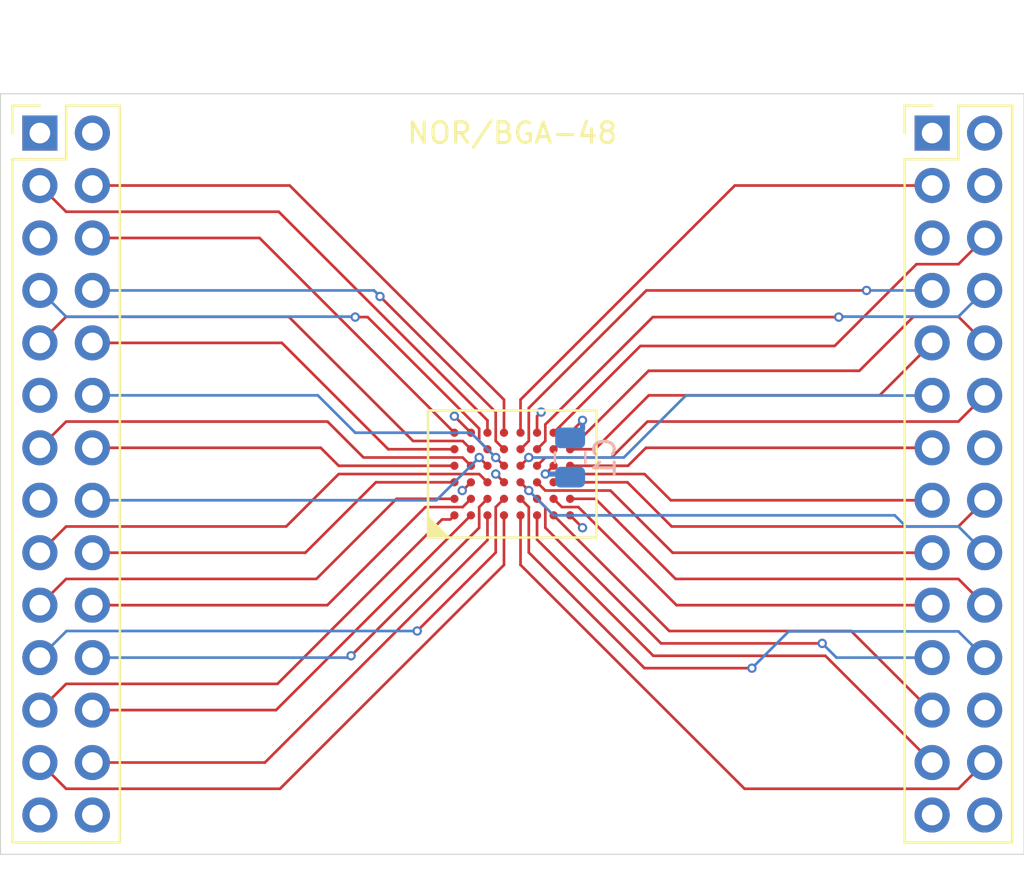
<source format=kicad_pcb>
(kicad_pcb (version 20171130) (host pcbnew "(5.1.8)-1")

  (general
    (thickness 1.6)
    (drawings 6)
    (tracks 232)
    (zones 0)
    (modules 4)
    (nets 46)
  )

  (page A4)
  (layers
    (0 F.Cu signal)
    (1 In1.Cu signal)
    (2 In2.Cu signal)
    (31 B.Cu signal)
    (32 B.Adhes user)
    (33 F.Adhes user)
    (34 B.Paste user)
    (35 F.Paste user)
    (36 B.SilkS user)
    (37 F.SilkS user)
    (38 B.Mask user)
    (39 F.Mask user)
    (40 Dwgs.User user)
    (41 Cmts.User user)
    (42 Eco1.User user)
    (43 Eco2.User user)
    (44 Edge.Cuts user)
    (45 Margin user)
    (46 B.CrtYd user)
    (47 F.CrtYd user)
    (48 B.Fab user)
    (49 F.Fab user)
  )

  (setup
    (last_trace_width 0.13)
    (user_trace_width 0.15)
    (user_trace_width 0.2)
    (user_trace_width 0.25)
    (user_trace_width 0.4)
    (user_trace_width 0.5)
    (trace_clearance 0.127)
    (zone_clearance 0.254)
    (zone_45_only no)
    (trace_min 0.127)
    (via_size 0.45)
    (via_drill 0.25)
    (via_min_size 0.45)
    (via_min_drill 0.2)
    (uvia_size 0.3)
    (uvia_drill 0.1)
    (uvias_allowed no)
    (uvia_min_size 0.2)
    (uvia_min_drill 0.1)
    (edge_width 0.05)
    (segment_width 0.2)
    (pcb_text_width 0.3)
    (pcb_text_size 1.5 1.5)
    (mod_edge_width 0.12)
    (mod_text_size 1 1)
    (mod_text_width 0.15)
    (pad_size 1.524 1.524)
    (pad_drill 0.762)
    (pad_to_mask_clearance 0)
    (aux_axis_origin 0 0)
    (grid_origin 139.7 80.01)
    (visible_elements 7FFFFFFF)
    (pcbplotparams
      (layerselection 0x010fc_ffffffff)
      (usegerberextensions false)
      (usegerberattributes true)
      (usegerberadvancedattributes true)
      (creategerberjobfile true)
      (excludeedgelayer true)
      (linewidth 0.100000)
      (plotframeref false)
      (viasonmask false)
      (mode 1)
      (useauxorigin false)
      (hpglpennumber 1)
      (hpglpenspeed 20)
      (hpglpendiameter 15.000000)
      (psnegative false)
      (psa4output false)
      (plotreference true)
      (plotvalue true)
      (plotinvisibletext false)
      (padsonsilk false)
      (subtractmaskfromsilk false)
      (outputformat 1)
      (mirror false)
      (drillshape 0)
      (scaleselection 1)
      (outputdirectory "Gerbers/"))
  )

  (net 0 "")
  (net 1 GND)
  (net 2 +3V3)
  (net 3 A1)
  (net 4 A2)
  (net 5 A3)
  (net 6 A4)
  (net 7 A5)
  (net 8 A6)
  (net 9 A7)
  (net 10 A17)
  (net 11 A18)
  (net 12 R~B)
  (net 13 A21)
  (net 14 ~RST)
  (net 15 ~WE)
  (net 16 A20)
  (net 17 A19)
  (net 18 A8)
  (net 19 A9)
  (net 20 A10)
  (net 21 A11)
  (net 22 A12)
  (net 23 A13)
  (net 24 A14)
  (net 25 A15)
  (net 26 ~CE)
  (net 27 A0)
  (net 28 ~OE)
  (net 29 DQ8)
  (net 30 DQ9)
  (net 31 DQ1)
  (net 32 DQ10)
  (net 33 DQ2)
  (net 34 DQ11)
  (net 35 DQ3)
  (net 36 DQ4)
  (net 37 DQ5)
  (net 38 DQ12)
  (net 39 DQ6)
  (net 40 DQ13)
  (net 41 DQ7)
  (net 42 DQ14)
  (net 43 DQ15)
  (net 44 A16)
  (net 45 DQ0)

  (net_class Default "This is the default net class."
    (clearance 0.127)
    (trace_width 0.13)
    (via_dia 0.45)
    (via_drill 0.25)
    (uvia_dia 0.3)
    (uvia_drill 0.1)
    (add_net +3V3)
    (add_net A0)
    (add_net A1)
    (add_net A10)
    (add_net A11)
    (add_net A12)
    (add_net A13)
    (add_net A14)
    (add_net A15)
    (add_net A16)
    (add_net A17)
    (add_net A18)
    (add_net A19)
    (add_net A2)
    (add_net A20)
    (add_net A21)
    (add_net A3)
    (add_net A4)
    (add_net A5)
    (add_net A6)
    (add_net A7)
    (add_net A8)
    (add_net A9)
    (add_net DQ0)
    (add_net DQ1)
    (add_net DQ10)
    (add_net DQ11)
    (add_net DQ12)
    (add_net DQ13)
    (add_net DQ14)
    (add_net DQ15)
    (add_net DQ2)
    (add_net DQ3)
    (add_net DQ4)
    (add_net DQ5)
    (add_net DQ6)
    (add_net DQ7)
    (add_net DQ8)
    (add_net DQ9)
    (add_net GND)
    (add_net R~B)
    (add_net ~CE)
    (add_net ~OE)
    (add_net ~RST)
    (add_net ~WE)
  )

  (module Memory:BGA48C80P8X6_815X615X100 (layer F.Cu) (tedit 6030422A) (tstamp 6030F801)
    (at 139.7 80.01)
    (path /60480434)
    (fp_text reference U1 (at -2 4.25) (layer F.SilkS) hide
      (effects (font (size 1 1) (thickness 0.15)))
    )
    (fp_text value Generic_NOR_BGA48 (at 0 -4.25) (layer F.Fab) hide
      (effects (font (size 1 1) (thickness 0.15)))
    )
    (fp_poly (pts (xy -3.075 3.075) (xy -4.075 3.075) (xy -4.075 2.075)) (layer F.SilkS) (width 0.1))
    (fp_line (start -4.575 3.575) (end -4.575 -3.575) (layer F.CrtYd) (width 0.12))
    (fp_line (start 4.575 3.575) (end -4.575 3.575) (layer F.CrtYd) (width 0.12))
    (fp_line (start 4.575 -3.575) (end 4.575 3.575) (layer F.CrtYd) (width 0.12))
    (fp_line (start -4.575 -3.575) (end 4.575 -3.575) (layer F.CrtYd) (width 0.12))
    (fp_line (start -4.075 3.075) (end -4.075 -3.075) (layer F.SilkS) (width 0.12))
    (fp_line (start 4.075 3.075) (end -4.075 3.075) (layer F.SilkS) (width 0.12))
    (fp_line (start 4.075 -3.075) (end 4.075 3.075) (layer F.SilkS) (width 0.12))
    (fp_line (start -4.075 -3.075) (end 4.075 -3.075) (layer F.SilkS) (width 0.12))
    (pad H5 smd circle (at 2.8 -1.2) (size 0.4 0.4) (layers F.Cu F.Paste F.Mask)
      (net 39 DQ6))
    (pad H1 smd circle (at 2.8 2) (size 0.4 0.4) (layers F.Cu F.Paste F.Mask)
      (net 1 GND))
    (pad H2 smd circle (at 2.8 1.2) (size 0.4 0.4) (layers F.Cu F.Paste F.Mask)
      (net 31 DQ1))
    (pad H3 smd circle (at 2.8 0.4) (size 0.4 0.4) (layers F.Cu F.Paste F.Mask)
      (net 35 DQ3))
    (pad H4 smd circle (at 2.8 -0.4) (size 0.4 0.4) (layers F.Cu F.Paste F.Mask)
      (net 36 DQ4))
    (pad H6 smd circle (at 2.8 -2) (size 0.4 0.4) (layers F.Cu F.Paste F.Mask)
      (net 1 GND))
    (pad G5 smd circle (at 2 -1.2) (size 0.4 0.4) (layers F.Cu F.Paste F.Mask)
      (net 40 DQ13))
    (pad G1 smd circle (at 2 2) (size 0.4 0.4) (layers F.Cu F.Paste F.Mask)
      (net 28 ~OE))
    (pad G2 smd circle (at 2 1.2) (size 0.4 0.4) (layers F.Cu F.Paste F.Mask)
      (net 30 DQ9))
    (pad G3 smd circle (at 2 0.4) (size 0.4 0.4) (layers F.Cu F.Paste F.Mask)
      (net 34 DQ11))
    (pad G4 smd circle (at 2 -0.4) (size 0.4 0.4) (layers F.Cu F.Paste F.Mask)
      (net 2 +3V3))
    (pad G6 smd circle (at 2 -2) (size 0.4 0.4) (layers F.Cu F.Paste F.Mask)
      (net 43 DQ15))
    (pad F5 smd circle (at 1.2 -1.2) (size 0.4 0.4) (layers F.Cu F.Paste F.Mask)
      (net 42 DQ14))
    (pad F1 smd circle (at 1.2 2) (size 0.4 0.4) (layers F.Cu F.Paste F.Mask)
      (net 26 ~CE))
    (pad F2 smd circle (at 1.2 1.2) (size 0.4 0.4) (layers F.Cu F.Paste F.Mask)
      (net 29 DQ8))
    (pad F3 smd circle (at 1.2 0.4) (size 0.4 0.4) (layers F.Cu F.Paste F.Mask)
      (net 32 DQ10))
    (pad F4 smd circle (at 1.2 -0.4) (size 0.4 0.4) (layers F.Cu F.Paste F.Mask)
      (net 38 DQ12))
    (pad F6 smd circle (at 1.2 -2) (size 0.4 0.4) (layers F.Cu F.Paste F.Mask)
      (net 2 +3V3))
    (pad A5 smd circle (at -2.8 -1.2) (size 0.4 0.4) (layers F.Cu F.Paste F.Mask)
      (net 19 A9))
    (pad A1 smd circle (at -2.8 2) (size 0.4 0.4) (layers F.Cu F.Paste F.Mask)
      (net 5 A3))
    (pad A2 smd circle (at -2.8 1.2) (size 0.4 0.4) (layers F.Cu F.Paste F.Mask)
      (net 9 A7))
    (pad A3 smd circle (at -2.8 0.4) (size 0.4 0.4) (layers F.Cu F.Paste F.Mask)
      (net 12 R~B))
    (pad A4 smd circle (at -2.8 -0.4) (size 0.4 0.4) (layers F.Cu F.Paste F.Mask)
      (net 15 ~WE))
    (pad A6 smd circle (at -2.8 -2) (size 0.4 0.4) (layers F.Cu F.Paste F.Mask)
      (net 23 A13))
    (pad B5 smd circle (at -2 -1.2) (size 0.4 0.4) (layers F.Cu F.Paste F.Mask)
      (net 18 A8))
    (pad B1 smd circle (at -2 2) (size 0.4 0.4) (layers F.Cu F.Paste F.Mask)
      (net 6 A4))
    (pad B2 smd circle (at -2 1.2) (size 0.4 0.4) (layers F.Cu F.Paste F.Mask)
      (net 10 A17))
    (pad B3 smd circle (at -2 0.4) (size 0.4 0.4) (layers F.Cu F.Paste F.Mask)
      (net 2 +3V3))
    (pad B4 smd circle (at -2 -0.4) (size 0.4 0.4) (layers F.Cu F.Paste F.Mask)
      (net 14 ~RST))
    (pad B6 smd circle (at -2 -2) (size 0.4 0.4) (layers F.Cu F.Paste F.Mask)
      (net 22 A12))
    (pad C5 smd circle (at -1.2 -1.2) (size 0.4 0.4) (layers F.Cu F.Paste F.Mask)
      (net 20 A10))
    (pad C1 smd circle (at -1.2 2) (size 0.4 0.4) (layers F.Cu F.Paste F.Mask)
      (net 4 A2))
    (pad C2 smd circle (at -1.2 1.2) (size 0.4 0.4) (layers F.Cu F.Paste F.Mask)
      (net 8 A6))
    (pad C3 smd circle (at -1.2 0.4) (size 0.4 0.4) (layers F.Cu F.Paste F.Mask)
      (net 11 A18))
    (pad C4 smd circle (at -1.2 -0.4) (size 0.4 0.4) (layers F.Cu F.Paste F.Mask)
      (net 13 A21))
    (pad C6 smd circle (at -1.2 -2) (size 0.4 0.4) (layers F.Cu F.Paste F.Mask)
      (net 24 A14))
    (pad D5 smd circle (at -0.4 -1.2) (size 0.4 0.4) (layers F.Cu F.Paste F.Mask)
      (net 21 A11))
    (pad D1 smd circle (at -0.4 2) (size 0.4 0.4) (layers F.Cu F.Paste F.Mask)
      (net 3 A1))
    (pad D2 smd circle (at -0.4 1.2) (size 0.4 0.4) (layers F.Cu F.Paste F.Mask)
      (net 7 A5))
    (pad D3 smd circle (at -0.4 0.4) (size 0.4 0.4) (layers F.Cu F.Paste F.Mask)
      (net 16 A20))
    (pad D4 smd circle (at -0.4 -0.4) (size 0.4 0.4) (layers F.Cu F.Paste F.Mask)
      (net 17 A19))
    (pad D6 smd circle (at -0.4 -2) (size 0.4 0.4) (layers F.Cu F.Paste F.Mask)
      (net 25 A15))
    (pad E6 smd circle (at 0.4 -2) (size 0.4 0.4) (layers F.Cu F.Paste F.Mask)
      (net 44 A16))
    (pad E5 smd circle (at 0.4 -1.2) (size 0.4 0.4) (layers F.Cu F.Paste F.Mask)
      (net 41 DQ7))
    (pad E4 smd circle (at 0.4 -0.4) (size 0.4 0.4) (layers F.Cu F.Paste F.Mask)
      (net 37 DQ5))
    (pad E3 smd circle (at 0.4 0.4) (size 0.4 0.4) (layers F.Cu F.Paste F.Mask)
      (net 33 DQ2))
    (pad E2 smd circle (at 0.4 1.2) (size 0.4 0.4) (layers F.Cu F.Paste F.Mask)
      (net 45 DQ0))
    (pad E1 smd circle (at 0.4 2) (size 0.4 0.4) (layers F.Cu F.Paste F.Mask)
      (net 27 A0))
  )

  (module Connector_PinHeader_2.54mm:PinHeader_2x14_P2.54mm_Vertical (layer F.Cu) (tedit 59FED5CC) (tstamp 60308D3D)
    (at 160.02 63.5)
    (descr "Through hole straight pin header, 2x14, 2.54mm pitch, double rows")
    (tags "Through hole pin header THT 2x14 2.54mm double row")
    (path /603FBD94)
    (fp_text reference J2 (at 1.27 -2.33) (layer F.SilkS) hide
      (effects (font (size 1 1) (thickness 0.15)))
    )
    (fp_text value Right (at 1.27 35.35) (layer F.Fab)
      (effects (font (size 1 1) (thickness 0.15)))
    )
    (fp_line (start 4.35 -1.8) (end -1.8 -1.8) (layer F.CrtYd) (width 0.05))
    (fp_line (start 4.35 34.8) (end 4.35 -1.8) (layer F.CrtYd) (width 0.05))
    (fp_line (start -1.8 34.8) (end 4.35 34.8) (layer F.CrtYd) (width 0.05))
    (fp_line (start -1.8 -1.8) (end -1.8 34.8) (layer F.CrtYd) (width 0.05))
    (fp_line (start -1.33 -1.33) (end 0 -1.33) (layer F.SilkS) (width 0.12))
    (fp_line (start -1.33 0) (end -1.33 -1.33) (layer F.SilkS) (width 0.12))
    (fp_line (start 1.27 -1.33) (end 3.87 -1.33) (layer F.SilkS) (width 0.12))
    (fp_line (start 1.27 1.27) (end 1.27 -1.33) (layer F.SilkS) (width 0.12))
    (fp_line (start -1.33 1.27) (end 1.27 1.27) (layer F.SilkS) (width 0.12))
    (fp_line (start 3.87 -1.33) (end 3.87 34.35) (layer F.SilkS) (width 0.12))
    (fp_line (start -1.33 1.27) (end -1.33 34.35) (layer F.SilkS) (width 0.12))
    (fp_line (start -1.33 34.35) (end 3.87 34.35) (layer F.SilkS) (width 0.12))
    (fp_line (start -1.27 0) (end 0 -1.27) (layer F.Fab) (width 0.1))
    (fp_line (start -1.27 34.29) (end -1.27 0) (layer F.Fab) (width 0.1))
    (fp_line (start 3.81 34.29) (end -1.27 34.29) (layer F.Fab) (width 0.1))
    (fp_line (start 3.81 -1.27) (end 3.81 34.29) (layer F.Fab) (width 0.1))
    (fp_line (start 0 -1.27) (end 3.81 -1.27) (layer F.Fab) (width 0.1))
    (fp_text user %R (at 1.27 16.51 90) (layer F.Fab)
      (effects (font (size 1 1) (thickness 0.15)))
    )
    (pad 28 thru_hole oval (at 2.54 33.02) (size 1.7 1.7) (drill 1) (layers *.Cu *.Mask)
      (net 2 +3V3))
    (pad 27 thru_hole oval (at 0 33.02) (size 1.7 1.7) (drill 1) (layers *.Cu *.Mask))
    (pad 26 thru_hole oval (at 2.54 30.48) (size 1.7 1.7) (drill 1) (layers *.Cu *.Mask)
      (net 27 A0))
    (pad 25 thru_hole oval (at 0 30.48) (size 1.7 1.7) (drill 1) (layers *.Cu *.Mask)
      (net 26 ~CE))
    (pad 24 thru_hole oval (at 2.54 27.94) (size 1.7 1.7) (drill 1) (layers *.Cu *.Mask)
      (net 1 GND))
    (pad 23 thru_hole oval (at 0 27.94) (size 1.7 1.7) (drill 1) (layers *.Cu *.Mask)
      (net 28 ~OE))
    (pad 22 thru_hole oval (at 2.54 25.4) (size 1.7 1.7) (drill 1) (layers *.Cu *.Mask)
      (net 45 DQ0))
    (pad 21 thru_hole oval (at 0 25.4) (size 1.7 1.7) (drill 1) (layers *.Cu *.Mask)
      (net 29 DQ8))
    (pad 20 thru_hole oval (at 2.54 22.86) (size 1.7 1.7) (drill 1) (layers *.Cu *.Mask)
      (net 31 DQ1))
    (pad 19 thru_hole oval (at 0 22.86) (size 1.7 1.7) (drill 1) (layers *.Cu *.Mask)
      (net 30 DQ9))
    (pad 18 thru_hole oval (at 2.54 20.32) (size 1.7 1.7) (drill 1) (layers *.Cu *.Mask)
      (net 33 DQ2))
    (pad 17 thru_hole oval (at 0 20.32) (size 1.7 1.7) (drill 1) (layers *.Cu *.Mask)
      (net 32 DQ10))
    (pad 16 thru_hole oval (at 2.54 17.78) (size 1.7 1.7) (drill 1) (layers *.Cu *.Mask)
      (net 35 DQ3))
    (pad 15 thru_hole oval (at 0 17.78) (size 1.7 1.7) (drill 1) (layers *.Cu *.Mask)
      (net 34 DQ11))
    (pad 14 thru_hole oval (at 2.54 15.24) (size 1.7 1.7) (drill 1) (layers *.Cu *.Mask)
      (net 2 +3V3))
    (pad 13 thru_hole oval (at 0 15.24) (size 1.7 1.7) (drill 1) (layers *.Cu *.Mask)
      (net 36 DQ4))
    (pad 12 thru_hole oval (at 2.54 12.7) (size 1.7 1.7) (drill 1) (layers *.Cu *.Mask)
      (net 38 DQ12))
    (pad 11 thru_hole oval (at 0 12.7) (size 1.7 1.7) (drill 1) (layers *.Cu *.Mask)
      (net 37 DQ5))
    (pad 10 thru_hole oval (at 2.54 10.16) (size 1.7 1.7) (drill 1) (layers *.Cu *.Mask)
      (net 40 DQ13))
    (pad 9 thru_hole oval (at 0 10.16) (size 1.7 1.7) (drill 1) (layers *.Cu *.Mask)
      (net 39 DQ6))
    (pad 8 thru_hole oval (at 2.54 7.62) (size 1.7 1.7) (drill 1) (layers *.Cu *.Mask)
      (net 42 DQ14))
    (pad 7 thru_hole oval (at 0 7.62) (size 1.7 1.7) (drill 1) (layers *.Cu *.Mask)
      (net 41 DQ7))
    (pad 6 thru_hole oval (at 2.54 5.08) (size 1.7 1.7) (drill 1) (layers *.Cu *.Mask)
      (net 43 DQ15))
    (pad 5 thru_hole oval (at 0 5.08) (size 1.7 1.7) (drill 1) (layers *.Cu *.Mask)
      (net 1 GND))
    (pad 4 thru_hole oval (at 2.54 2.54) (size 1.7 1.7) (drill 1) (layers *.Cu *.Mask))
    (pad 3 thru_hole oval (at 0 2.54) (size 1.7 1.7) (drill 1) (layers *.Cu *.Mask)
      (net 44 A16))
    (pad 2 thru_hole oval (at 2.54 0) (size 1.7 1.7) (drill 1) (layers *.Cu *.Mask))
    (pad 1 thru_hole rect (at 0 0) (size 1.7 1.7) (drill 1) (layers *.Cu *.Mask))
    (model ${KISYS3DMOD}/Connector_PinHeader_2.54mm.3dshapes/PinHeader_2x14_P2.54mm_Vertical.wrl
      (at (xyz 0 0 0))
      (scale (xyz 1 1 1))
      (rotate (xyz 0 0 0))
    )
  )

  (module Connector_PinHeader_2.54mm:PinHeader_2x14_P2.54mm_Vertical (layer F.Cu) (tedit 59FED5CC) (tstamp 60307E83)
    (at 116.84 63.5)
    (descr "Through hole straight pin header, 2x14, 2.54mm pitch, double rows")
    (tags "Through hole pin header THT 2x14 2.54mm double row")
    (path /603FAC19)
    (fp_text reference J1 (at 1.27 -2.33) (layer F.SilkS) hide
      (effects (font (size 1 1) (thickness 0.15)))
    )
    (fp_text value Left (at 1.27 35.35) (layer F.Fab)
      (effects (font (size 1 1) (thickness 0.15)))
    )
    (fp_line (start 4.35 -1.8) (end -1.8 -1.8) (layer F.CrtYd) (width 0.05))
    (fp_line (start 4.35 34.8) (end 4.35 -1.8) (layer F.CrtYd) (width 0.05))
    (fp_line (start -1.8 34.8) (end 4.35 34.8) (layer F.CrtYd) (width 0.05))
    (fp_line (start -1.8 -1.8) (end -1.8 34.8) (layer F.CrtYd) (width 0.05))
    (fp_line (start -1.33 -1.33) (end 0 -1.33) (layer F.SilkS) (width 0.12))
    (fp_line (start -1.33 0) (end -1.33 -1.33) (layer F.SilkS) (width 0.12))
    (fp_line (start 1.27 -1.33) (end 3.87 -1.33) (layer F.SilkS) (width 0.12))
    (fp_line (start 1.27 1.27) (end 1.27 -1.33) (layer F.SilkS) (width 0.12))
    (fp_line (start -1.33 1.27) (end 1.27 1.27) (layer F.SilkS) (width 0.12))
    (fp_line (start 3.87 -1.33) (end 3.87 34.35) (layer F.SilkS) (width 0.12))
    (fp_line (start -1.33 1.27) (end -1.33 34.35) (layer F.SilkS) (width 0.12))
    (fp_line (start -1.33 34.35) (end 3.87 34.35) (layer F.SilkS) (width 0.12))
    (fp_line (start -1.27 0) (end 0 -1.27) (layer F.Fab) (width 0.1))
    (fp_line (start -1.27 34.29) (end -1.27 0) (layer F.Fab) (width 0.1))
    (fp_line (start 3.81 34.29) (end -1.27 34.29) (layer F.Fab) (width 0.1))
    (fp_line (start 3.81 -1.27) (end 3.81 34.29) (layer F.Fab) (width 0.1))
    (fp_line (start 0 -1.27) (end 3.81 -1.27) (layer F.Fab) (width 0.1))
    (fp_text user %R (at 1.27 16.51 90) (layer F.Fab)
      (effects (font (size 1 1) (thickness 0.15)))
    )
    (pad 28 thru_hole oval (at 2.54 33.02) (size 1.7 1.7) (drill 1) (layers *.Cu *.Mask))
    (pad 27 thru_hole oval (at 0 33.02) (size 1.7 1.7) (drill 1) (layers *.Cu *.Mask))
    (pad 26 thru_hole oval (at 2.54 30.48) (size 1.7 1.7) (drill 1) (layers *.Cu *.Mask)
      (net 4 A2))
    (pad 25 thru_hole oval (at 0 30.48) (size 1.7 1.7) (drill 1) (layers *.Cu *.Mask)
      (net 3 A1))
    (pad 24 thru_hole oval (at 2.54 27.94) (size 1.7 1.7) (drill 1) (layers *.Cu *.Mask)
      (net 6 A4))
    (pad 23 thru_hole oval (at 0 27.94) (size 1.7 1.7) (drill 1) (layers *.Cu *.Mask)
      (net 5 A3))
    (pad 22 thru_hole oval (at 2.54 25.4) (size 1.7 1.7) (drill 1) (layers *.Cu *.Mask)
      (net 8 A6))
    (pad 21 thru_hole oval (at 0 25.4) (size 1.7 1.7) (drill 1) (layers *.Cu *.Mask)
      (net 7 A5))
    (pad 20 thru_hole oval (at 2.54 22.86) (size 1.7 1.7) (drill 1) (layers *.Cu *.Mask)
      (net 10 A17))
    (pad 19 thru_hole oval (at 0 22.86) (size 1.7 1.7) (drill 1) (layers *.Cu *.Mask)
      (net 9 A7))
    (pad 18 thru_hole oval (at 2.54 20.32) (size 1.7 1.7) (drill 1) (layers *.Cu *.Mask)
      (net 12 R~B))
    (pad 17 thru_hole oval (at 0 20.32) (size 1.7 1.7) (drill 1) (layers *.Cu *.Mask)
      (net 11 A18))
    (pad 16 thru_hole oval (at 2.54 17.78) (size 1.7 1.7) (drill 1) (layers *.Cu *.Mask)
      (net 13 A21))
    (pad 15 thru_hole oval (at 0 17.78) (size 1.7 1.7) (drill 1) (layers *.Cu *.Mask))
    (pad 14 thru_hole oval (at 2.54 15.24) (size 1.7 1.7) (drill 1) (layers *.Cu *.Mask)
      (net 15 ~WE))
    (pad 13 thru_hole oval (at 0 15.24) (size 1.7 1.7) (drill 1) (layers *.Cu *.Mask)
      (net 14 ~RST))
    (pad 12 thru_hole oval (at 2.54 12.7) (size 1.7 1.7) (drill 1) (layers *.Cu *.Mask)
      (net 17 A19))
    (pad 11 thru_hole oval (at 0 12.7) (size 1.7 1.7) (drill 1) (layers *.Cu *.Mask)
      (net 16 A20))
    (pad 10 thru_hole oval (at 2.54 10.16) (size 1.7 1.7) (drill 1) (layers *.Cu *.Mask)
      (net 19 A9))
    (pad 9 thru_hole oval (at 0 10.16) (size 1.7 1.7) (drill 1) (layers *.Cu *.Mask)
      (net 18 A8))
    (pad 8 thru_hole oval (at 2.54 7.62) (size 1.7 1.7) (drill 1) (layers *.Cu *.Mask)
      (net 21 A11))
    (pad 7 thru_hole oval (at 0 7.62) (size 1.7 1.7) (drill 1) (layers *.Cu *.Mask)
      (net 20 A10))
    (pad 6 thru_hole oval (at 2.54 5.08) (size 1.7 1.7) (drill 1) (layers *.Cu *.Mask)
      (net 23 A13))
    (pad 5 thru_hole oval (at 0 5.08) (size 1.7 1.7) (drill 1) (layers *.Cu *.Mask)
      (net 22 A12))
    (pad 4 thru_hole oval (at 2.54 2.54) (size 1.7 1.7) (drill 1) (layers *.Cu *.Mask)
      (net 25 A15))
    (pad 3 thru_hole oval (at 0 2.54) (size 1.7 1.7) (drill 1) (layers *.Cu *.Mask)
      (net 24 A14))
    (pad 2 thru_hole oval (at 2.54 0) (size 1.7 1.7) (drill 1) (layers *.Cu *.Mask))
    (pad 1 thru_hole rect (at 0 0) (size 1.7 1.7) (drill 1) (layers *.Cu *.Mask))
    (model ${KISYS3DMOD}/Connector_PinHeader_2.54mm.3dshapes/PinHeader_2x14_P2.54mm_Vertical.wrl
      (at (xyz 0 0 0))
      (scale (xyz 1 1 1))
      (rotate (xyz 0 0 0))
    )
  )

  (module Capacitor_SMD:C_0805_2012Metric (layer B.Cu) (tedit 5F68FEEE) (tstamp 6030CE7A)
    (at 142.5 79.21 90)
    (descr "Capacitor SMD 0805 (2012 Metric), square (rectangular) end terminal, IPC_7351 nominal, (Body size source: IPC-SM-782 page 76, https://www.pcb-3d.com/wordpress/wp-content/uploads/ipc-sm-782a_amendment_1_and_2.pdf, https://docs.google.com/spreadsheets/d/1BsfQQcO9C6DZCsRaXUlFlo91Tg2WpOkGARC1WS5S8t0/edit?usp=sharing), generated with kicad-footprint-generator")
    (tags capacitor)
    (path /603FE8B2)
    (attr smd)
    (fp_text reference C1 (at 0 1.68 90) (layer B.SilkS)
      (effects (font (size 1 1) (thickness 0.15)) (justify mirror))
    )
    (fp_text value 100n (at 0 -1.68 90) (layer B.Fab)
      (effects (font (size 1 1) (thickness 0.15)) (justify mirror))
    )
    (fp_line (start 1.7 -0.98) (end -1.7 -0.98) (layer B.CrtYd) (width 0.05))
    (fp_line (start 1.7 0.98) (end 1.7 -0.98) (layer B.CrtYd) (width 0.05))
    (fp_line (start -1.7 0.98) (end 1.7 0.98) (layer B.CrtYd) (width 0.05))
    (fp_line (start -1.7 -0.98) (end -1.7 0.98) (layer B.CrtYd) (width 0.05))
    (fp_line (start -0.261252 -0.735) (end 0.261252 -0.735) (layer B.SilkS) (width 0.12))
    (fp_line (start -0.261252 0.735) (end 0.261252 0.735) (layer B.SilkS) (width 0.12))
    (fp_line (start 1 -0.625) (end -1 -0.625) (layer B.Fab) (width 0.1))
    (fp_line (start 1 0.625) (end 1 -0.625) (layer B.Fab) (width 0.1))
    (fp_line (start -1 0.625) (end 1 0.625) (layer B.Fab) (width 0.1))
    (fp_line (start -1 -0.625) (end -1 0.625) (layer B.Fab) (width 0.1))
    (fp_text user %R (at 0 0 90) (layer B.Fab)
      (effects (font (size 0.5 0.5) (thickness 0.08)) (justify mirror))
    )
    (pad 2 smd roundrect (at 0.95 0 90) (size 1 1.45) (layers B.Cu B.Paste B.Mask) (roundrect_rratio 0.25)
      (net 1 GND))
    (pad 1 smd roundrect (at -0.95 0 90) (size 1 1.45) (layers B.Cu B.Paste B.Mask) (roundrect_rratio 0.25)
      (net 2 +3V3))
    (model ${KISYS3DMOD}/Capacitor_SMD.3dshapes/C_0805_2012Metric.wrl
      (at (xyz 0 0 0))
      (scale (xyz 1 1 1))
      (rotate (xyz 0 0 0))
    )
  )

  (gr_text NOR/BGA-48 (at 139.7 63.5) (layer F.SilkS)
    (effects (font (size 1 1) (thickness 0.15)))
  )
  (dimension 45.72 (width 0.15) (layer Dwgs.User)
    (gr_text "1.8000 in" (at 139.7 57.755) (layer Dwgs.User)
      (effects (font (size 1 1) (thickness 0.15)))
    )
    (feature1 (pts (xy 162.56 63.5) (xy 162.56 58.468579)))
    (feature2 (pts (xy 116.84 63.5) (xy 116.84 58.468579)))
    (crossbar (pts (xy 116.84 59.055) (xy 162.56 59.055)))
    (arrow1a (pts (xy 162.56 59.055) (xy 161.433496 59.641421)))
    (arrow1b (pts (xy 162.56 59.055) (xy 161.433496 58.468579)))
    (arrow2a (pts (xy 116.84 59.055) (xy 117.966504 59.641421)))
    (arrow2b (pts (xy 116.84 59.055) (xy 117.966504 58.468579)))
  )
  (gr_line (start 164.465 61.595) (end 114.935 61.595) (layer Edge.Cuts) (width 0.05) (tstamp 60309BC5))
  (gr_line (start 164.465 98.425) (end 164.465 61.595) (layer Edge.Cuts) (width 0.05))
  (gr_line (start 114.935 98.425) (end 164.465 98.425) (layer Edge.Cuts) (width 0.05))
  (gr_line (start 114.935 61.595) (end 114.935 98.425) (layer Edge.Cuts) (width 0.05))

  (segment (start 142.5 78.01) (end 143.1 77.41) (width 0.13) (layer F.Cu) (net 1) (status 10))
  (segment (start 142.5 82.01) (end 143.1 82.61) (width 0.13) (layer F.Cu) (net 1))
  (segment (start 143.1 77.81) (end 143.1 77.41) (width 0.25) (layer B.Cu) (net 1))
  (segment (start 142.7 78.21) (end 143.1 77.81) (width 0.25) (layer B.Cu) (net 1))
  (via (at 143.1 82.61) (size 0.45) (drill 0.25) (layers F.Cu B.Cu) (net 1))
  (via (at 143.1 77.41) (size 0.45) (drill 0.25) (layers F.Cu B.Cu) (net 1))
  (segment (start 141.3 80.01) (end 141.7 79.61) (width 0.13) (layer F.Cu) (net 2) (status 20))
  (segment (start 140.9 77.21) (end 141.1 77.01) (width 0.13) (layer F.Cu) (net 2))
  (segment (start 140.9 78.01) (end 140.9 77.21) (width 0.13) (layer F.Cu) (net 2) (status 10))
  (segment (start 143.1 80.16) (end 143.1 80.01) (width 0.13) (layer B.Cu) (net 2) (status 30))
  (segment (start 141.3 80.01) (end 142.5 80.01) (width 0.25) (layer B.Cu) (net 2))
  (segment (start 137.7 80.41) (end 137.300005 80.809995) (width 0.13) (layer F.Cu) (net 2))
  (segment (start 137.300005 80.809995) (end 137.280418 80.809995) (width 0.13) (layer F.Cu) (net 2))
  (via (at 137.280418 80.809995) (size 0.45) (drill 0.25) (layers F.Cu B.Cu) (net 2))
  (via (at 141.3 80.01) (size 0.45) (drill 0.25) (layers F.Cu B.Cu) (net 2))
  (via (at 141.1 77.01) (size 0.45) (drill 0.25) (layers F.Cu B.Cu) (net 2))
  (segment (start 162.56 96.52) (end 161.29 95.25) (width 0.5) (layer In2.Cu) (net 2))
  (segment (start 161.29 95.25) (end 158.75 95.25) (width 0.5) (layer In2.Cu) (net 2))
  (segment (start 158.75 95.25) (end 158.115 94.615) (width 0.5) (layer In2.Cu) (net 2))
  (segment (start 158.115 94.615) (end 158.115 80.01) (width 0.5) (layer In2.Cu) (net 2))
  (segment (start 158.115 80.01) (end 161.29 80.01) (width 0.5) (layer In2.Cu) (net 2))
  (segment (start 161.29 80.01) (end 162.56 78.74) (width 0.5) (layer In2.Cu) (net 2))
  (segment (start 158.115 80.01) (end 141.3 80.01) (width 0.5) (layer In2.Cu) (net 2))
  (segment (start 141.3 77.21) (end 141.1 77.01) (width 0.2) (layer In2.Cu) (net 2))
  (segment (start 141.3 80.01) (end 141.3 77.21) (width 0.2) (layer In2.Cu) (net 2))
  (segment (start 140.1 80.01) (end 141.3 80.01) (width 0.2) (layer In2.Cu) (net 2))
  (segment (start 139.300005 80.809995) (end 140.1 80.01) (width 0.2) (layer In2.Cu) (net 2))
  (segment (start 137.280418 80.809995) (end 139.300005 80.809995) (width 0.2) (layer In2.Cu) (net 2))
  (segment (start 118.11 95.25) (end 116.84 93.98) (width 0.13) (layer F.Cu) (net 3))
  (segment (start 128.46 95.25) (end 118.11 95.25) (width 0.13) (layer F.Cu) (net 3))
  (segment (start 139.3 84.41) (end 128.46 95.25) (width 0.13) (layer F.Cu) (net 3))
  (segment (start 139.3 82.01) (end 139.3 84.41) (width 0.13) (layer F.Cu) (net 3))
  (segment (start 127.73 93.98) (end 119.38 93.98) (width 0.13) (layer F.Cu) (net 4))
  (segment (start 138.5 83.21) (end 127.73 93.98) (width 0.13) (layer F.Cu) (net 4))
  (segment (start 138.5 82.01) (end 138.5 83.21) (width 0.13) (layer F.Cu) (net 4))
  (segment (start 118.11 90.17) (end 116.84 91.44) (width 0.13) (layer F.Cu) (net 5))
  (segment (start 128.34 90.17) (end 118.11 90.17) (width 0.13) (layer F.Cu) (net 5))
  (segment (start 136.3 82.21) (end 128.34 90.17) (width 0.13) (layer F.Cu) (net 5))
  (segment (start 136.7 82.21) (end 136.3 82.21) (width 0.13) (layer F.Cu) (net 5))
  (segment (start 136.9 82.01) (end 136.7 82.21) (width 0.13) (layer F.Cu) (net 5))
  (segment (start 128.27 91.44) (end 119.38 91.44) (width 0.13) (layer F.Cu) (net 6) (status 20))
  (segment (start 137.7 82.01) (end 128.27 91.44) (width 0.13) (layer F.Cu) (net 6) (status 10))
  (segment (start 139.3 81.21) (end 138.9 81.61) (width 0.13) (layer F.Cu) (net 7))
  (segment (start 116.84 88.9) (end 118.13 87.61) (width 0.13) (layer B.Cu) (net 7))
  (segment (start 138.9 81.61) (end 138.9 83.81) (width 0.13) (layer F.Cu) (net 7))
  (segment (start 138.9 83.81) (end 135.1 87.61) (width 0.13) (layer F.Cu) (net 7))
  (segment (start 118.13 87.61) (end 135.1 87.61) (width 0.13) (layer B.Cu) (net 7))
  (via (at 135.1 87.61) (size 0.45) (drill 0.25) (layers F.Cu B.Cu) (net 7))
  (segment (start 119.38 88.9) (end 131.809982 88.9) (width 0.13) (layer B.Cu) (net 8))
  (segment (start 138.5 81.21) (end 138.1 81.61) (width 0.13) (layer F.Cu) (net 8))
  (segment (start 138.1 81.61) (end 138.1 82.609982) (width 0.13) (layer F.Cu) (net 8))
  (segment (start 138.1 82.609982) (end 131.9 88.809982) (width 0.13) (layer F.Cu) (net 8))
  (segment (start 131.809982 88.9) (end 131.9 88.809982) (width 0.13) (layer B.Cu) (net 8))
  (via (at 131.9 88.809982) (size 0.45) (drill 0.25) (layers F.Cu B.Cu) (net 8))
  (segment (start 118.11 85.09) (end 116.84 86.36) (width 0.13) (layer F.Cu) (net 9))
  (segment (start 130.22 85.09) (end 118.11 85.09) (width 0.13) (layer F.Cu) (net 9))
  (segment (start 134.1 81.21) (end 130.22 85.09) (width 0.13) (layer F.Cu) (net 9))
  (segment (start 136.9 81.21) (end 134.1 81.21) (width 0.13) (layer F.Cu) (net 9))
  (segment (start 130.75 86.36) (end 119.38 86.36) (width 0.13) (layer F.Cu) (net 10))
  (segment (start 137.3 81.61) (end 135.5 81.61) (width 0.13) (layer F.Cu) (net 10))
  (segment (start 135.5 81.61) (end 130.75 86.36) (width 0.13) (layer F.Cu) (net 10))
  (segment (start 137.7 81.21) (end 137.3 81.61) (width 0.13) (layer F.Cu) (net 10))
  (segment (start 138.1 80.01) (end 138.5 80.41) (width 0.13) (layer F.Cu) (net 11))
  (segment (start 131.3 80.01) (end 138.1 80.01) (width 0.13) (layer F.Cu) (net 11))
  (segment (start 128.76 82.55) (end 131.3 80.01) (width 0.13) (layer F.Cu) (net 11))
  (segment (start 118.11 82.55) (end 128.76 82.55) (width 0.13) (layer F.Cu) (net 11))
  (segment (start 116.84 83.82) (end 118.11 82.55) (width 0.13) (layer F.Cu) (net 11))
  (segment (start 129.69 83.82) (end 119.38 83.82) (width 0.13) (layer F.Cu) (net 12))
  (segment (start 133.1 80.41) (end 129.69 83.82) (width 0.13) (layer F.Cu) (net 12))
  (segment (start 136.9 80.41) (end 133.1 80.41) (width 0.13) (layer F.Cu) (net 12))
  (segment (start 138.5 79.61) (end 138.1 79.21) (width 0.13) (layer F.Cu) (net 13) (status 10))
  (segment (start 136.03 81.28) (end 119.38 81.28) (width 0.13) (layer B.Cu) (net 13))
  (segment (start 138.1 79.21) (end 136.03 81.28) (width 0.13) (layer B.Cu) (net 13))
  (via (at 138.1 79.21) (size 0.45) (drill 0.25) (layers F.Cu B.Cu) (net 13))
  (segment (start 118.11 77.47) (end 116.84 78.74) (width 0.13) (layer F.Cu) (net 14))
  (segment (start 130.76 77.47) (end 118.11 77.47) (width 0.13) (layer F.Cu) (net 14))
  (segment (start 132.5 79.21) (end 130.76 77.47) (width 0.13) (layer F.Cu) (net 14))
  (segment (start 137.3 79.21) (end 132.5 79.21) (width 0.13) (layer F.Cu) (net 14))
  (segment (start 137.7 79.61) (end 137.3 79.21) (width 0.13) (layer F.Cu) (net 14))
  (segment (start 130.43 78.74) (end 119.38 78.74) (width 0.13) (layer F.Cu) (net 15))
  (segment (start 131.3 79.61) (end 130.43 78.74) (width 0.13) (layer F.Cu) (net 15))
  (segment (start 136.9 79.61) (end 131.3 79.61) (width 0.13) (layer F.Cu) (net 15))
  (segment (start 139.3 80.41) (end 138.9 80.01) (width 0.13) (layer F.Cu) (net 16) (status 10))
  (via (at 138.9 80.01) (size 0.45) (drill 0.25) (layers F.Cu B.Cu) (net 16))
  (segment (start 122.36 77.47) (end 118.11 77.47) (width 0.13) (layer In2.Cu) (net 16))
  (segment (start 124.9 80.01) (end 122.36 77.47) (width 0.13) (layer In2.Cu) (net 16))
  (segment (start 118.11 77.47) (end 116.84 76.2) (width 0.13) (layer In2.Cu) (net 16))
  (segment (start 138.9 80.01) (end 124.9 80.01) (width 0.13) (layer In2.Cu) (net 16))
  (segment (start 139.3 79.61) (end 138.9 79.21) (width 0.13) (layer F.Cu) (net 17) (status 10))
  (segment (start 130.29 76.2) (end 119.38 76.2) (width 0.13) (layer B.Cu) (net 17))
  (segment (start 132.1 78.01) (end 130.29 76.2) (width 0.13) (layer B.Cu) (net 17))
  (segment (start 137.7 78.01) (end 132.1 78.01) (width 0.13) (layer B.Cu) (net 17))
  (segment (start 138.9 79.21) (end 137.7 78.01) (width 0.13) (layer B.Cu) (net 17))
  (via (at 138.9 79.21) (size 0.45) (drill 0.25) (layers F.Cu B.Cu) (net 17))
  (segment (start 118.11 72.39) (end 116.84 73.66) (width 0.13) (layer F.Cu) (net 18))
  (segment (start 128.88 72.39) (end 118.11 72.39) (width 0.13) (layer F.Cu) (net 18))
  (segment (start 134.9 78.41) (end 128.88 72.39) (width 0.13) (layer F.Cu) (net 18))
  (segment (start 137.3 78.41) (end 134.9 78.41) (width 0.13) (layer F.Cu) (net 18))
  (segment (start 137.7 78.81) (end 137.3 78.41) (width 0.13) (layer F.Cu) (net 18))
  (segment (start 128.55 73.66) (end 119.38 73.66) (width 0.13) (layer F.Cu) (net 19))
  (segment (start 133.7 78.81) (end 128.55 73.66) (width 0.13) (layer F.Cu) (net 19))
  (segment (start 136.9 78.81) (end 133.7 78.81) (width 0.13) (layer F.Cu) (net 19))
  (segment (start 132.7 72.41) (end 132.1 72.41) (width 0.13) (layer F.Cu) (net 20))
  (segment (start 138.1 77.81) (end 132.7 72.41) (width 0.13) (layer F.Cu) (net 20))
  (segment (start 138.1 78.41) (end 138.1 77.81) (width 0.13) (layer F.Cu) (net 20))
  (segment (start 138.5 78.81) (end 138.1 78.41) (width 0.13) (layer F.Cu) (net 20) (status 10))
  (segment (start 118.11 72.39) (end 116.84 71.12) (width 0.13) (layer B.Cu) (net 20))
  (segment (start 132.08 72.39) (end 118.11 72.39) (width 0.13) (layer B.Cu) (net 20))
  (segment (start 132.1 72.41) (end 132.08 72.39) (width 0.13) (layer B.Cu) (net 20))
  (via (at 132.1 72.41) (size 0.45) (drill 0.25) (layers F.Cu B.Cu) (net 20))
  (segment (start 139.3 78.81) (end 138.9 78.41) (width 0.13) (layer F.Cu) (net 21) (status 10))
  (segment (start 133.01 71.12) (end 133.3 71.41) (width 0.13) (layer B.Cu) (net 21))
  (segment (start 138.9 78.41) (end 138.9 77.01) (width 0.13) (layer F.Cu) (net 21))
  (segment (start 138.9 77.01) (end 133.3 71.41) (width 0.13) (layer F.Cu) (net 21))
  (segment (start 119.38 71.12) (end 133.01 71.12) (width 0.13) (layer B.Cu) (net 21) (status 10))
  (via (at 133.3 71.41) (size 0.45) (drill 0.25) (layers F.Cu B.Cu) (net 21))
  (segment (start 136.9 77.21) (end 137.7 78.01) (width 0.13) (layer F.Cu) (net 22) (status 20))
  (via (at 136.9 77.21) (size 0.45) (drill 0.25) (layers F.Cu B.Cu) (net 22))
  (segment (start 127.54 69.85) (end 118.11 69.85) (width 0.13) (layer In2.Cu) (net 22))
  (segment (start 134.9 77.21) (end 127.54 69.85) (width 0.13) (layer In2.Cu) (net 22))
  (segment (start 118.11 69.85) (end 116.84 68.58) (width 0.13) (layer In2.Cu) (net 22))
  (segment (start 136.9 77.21) (end 134.9 77.21) (width 0.13) (layer In2.Cu) (net 22))
  (segment (start 127.47 68.58) (end 119.38 68.58) (width 0.13) (layer F.Cu) (net 23) (status 20))
  (segment (start 136.9 78.01) (end 127.47 68.58) (width 0.13) (layer F.Cu) (net 23) (status 10))
  (segment (start 118.11 67.31) (end 116.84 66.04) (width 0.13) (layer F.Cu) (net 24) (status 20))
  (segment (start 128.4 67.31) (end 118.11 67.31) (width 0.13) (layer F.Cu) (net 24))
  (segment (start 138.5 77.41) (end 128.4 67.31) (width 0.13) (layer F.Cu) (net 24))
  (segment (start 138.5 78.01) (end 138.5 77.41) (width 0.13) (layer F.Cu) (net 24) (status 10))
  (segment (start 139.3 76.41) (end 139.3 78.01) (width 0.13) (layer F.Cu) (net 25))
  (segment (start 128.93 66.04) (end 139.3 76.41) (width 0.13) (layer F.Cu) (net 25))
  (segment (start 119.38 66.04) (end 128.93 66.04) (width 0.13) (layer F.Cu) (net 25))
  (segment (start 154.85 88.81) (end 160.02 93.98) (width 0.13) (layer F.Cu) (net 26))
  (segment (start 146.525 88.81) (end 154.85 88.81) (width 0.13) (layer F.Cu) (net 26))
  (segment (start 140.9 83.185) (end 146.525 88.81) (width 0.13) (layer F.Cu) (net 26))
  (segment (start 140.9 82.01) (end 140.9 83.185) (width 0.13) (layer F.Cu) (net 26))
  (segment (start 161.29 95.25) (end 162.56 93.98) (width 0.13) (layer F.Cu) (net 27))
  (segment (start 150.94 95.25) (end 161.29 95.25) (width 0.13) (layer F.Cu) (net 27))
  (segment (start 140.1 84.41) (end 150.94 95.25) (width 0.13) (layer F.Cu) (net 27))
  (segment (start 140.1 82.01) (end 140.1 84.41) (width 0.13) (layer F.Cu) (net 27))
  (segment (start 159.93 91.44) (end 160.02 91.44) (width 0.13) (layer F.Cu) (net 28) (status 30))
  (segment (start 156.1 87.61) (end 159.93 91.44) (width 0.13) (layer F.Cu) (net 28) (status 20))
  (segment (start 147.3 87.61) (end 156.1 87.61) (width 0.13) (layer F.Cu) (net 28))
  (segment (start 141.7 82.01) (end 147.3 87.61) (width 0.13) (layer F.Cu) (net 28) (status 10))
  (segment (start 155.39 88.9) (end 160.02 88.9) (width 0.13) (layer B.Cu) (net 29))
  (segment (start 154.7 88.21) (end 155.39 88.9) (width 0.13) (layer B.Cu) (net 29))
  (segment (start 146.9 88.21) (end 154.7 88.21) (width 0.13) (layer F.Cu) (net 29))
  (segment (start 141.3 81.61) (end 141.3 82.61) (width 0.13) (layer F.Cu) (net 29))
  (segment (start 141.3 82.61) (end 146.9 88.21) (width 0.13) (layer F.Cu) (net 29))
  (segment (start 140.9 81.21) (end 141.3 81.61) (width 0.13) (layer F.Cu) (net 29))
  (via (at 154.7 88.21) (size 0.45) (drill 0.25) (layers F.Cu B.Cu) (net 29))
  (segment (start 147.65 86.36) (end 160.02 86.36) (width 0.13) (layer F.Cu) (net 30) (status 20))
  (segment (start 142.9 81.61) (end 147.65 86.36) (width 0.13) (layer F.Cu) (net 30))
  (segment (start 142.1 81.61) (end 142.9 81.61) (width 0.13) (layer F.Cu) (net 30))
  (segment (start 141.7 81.21) (end 142.1 81.61) (width 0.13) (layer F.Cu) (net 30) (status 10))
  (segment (start 161.29 85.09) (end 162.56 86.36) (width 0.13) (layer F.Cu) (net 31))
  (segment (start 147.605 85.09) (end 161.29 85.09) (width 0.13) (layer F.Cu) (net 31))
  (segment (start 143.725 81.21) (end 147.605 85.09) (width 0.13) (layer F.Cu) (net 31))
  (segment (start 142.5 81.21) (end 143.725 81.21) (width 0.13) (layer F.Cu) (net 31))
  (segment (start 147.46 83.82) (end 160.02 83.82) (width 0.13) (layer F.Cu) (net 32) (status 20))
  (segment (start 144.45 80.81) (end 147.46 83.82) (width 0.13) (layer F.Cu) (net 32))
  (segment (start 141.3 80.81) (end 144.45 80.81) (width 0.13) (layer F.Cu) (net 32))
  (segment (start 140.9 80.41) (end 141.3 80.81) (width 0.13) (layer F.Cu) (net 32) (status 10))
  (segment (start 140.1 80.41) (end 140.5 80.81) (width 0.13) (layer F.Cu) (net 33) (status 10))
  (segment (start 161.29 82.55) (end 162.56 83.82) (width 0.13) (layer B.Cu) (net 33))
  (segment (start 158.75 82.55) (end 161.29 82.55) (width 0.13) (layer B.Cu) (net 33))
  (segment (start 158.21 82.01) (end 158.75 82.55) (width 0.13) (layer B.Cu) (net 33))
  (segment (start 141.7 82.01) (end 158.21 82.01) (width 0.13) (layer B.Cu) (net 33))
  (segment (start 140.5 80.81) (end 141.7 82.01) (width 0.13) (layer B.Cu) (net 33))
  (via (at 140.5 80.81) (size 0.45) (drill 0.25) (layers F.Cu B.Cu) (net 33))
  (segment (start 147.37 81.28) (end 160.02 81.28) (width 0.13) (layer F.Cu) (net 34) (status 20))
  (segment (start 146.1 80.01) (end 147.37 81.28) (width 0.13) (layer F.Cu) (net 34))
  (segment (start 142.1 80.01) (end 146.1 80.01) (width 0.13) (layer F.Cu) (net 34))
  (segment (start 141.7 80.41) (end 142.1 80.01) (width 0.13) (layer F.Cu) (net 34) (status 10))
  (segment (start 161.29 82.55) (end 162.56 81.28) (width 0.13) (layer F.Cu) (net 35) (status 20))
  (segment (start 147.415 82.55) (end 161.29 82.55) (width 0.13) (layer F.Cu) (net 35))
  (segment (start 145.275 80.41) (end 147.415 82.55) (width 0.13) (layer F.Cu) (net 35))
  (segment (start 142.5 80.41) (end 145.275 80.41) (width 0.13) (layer F.Cu) (net 35) (status 10))
  (segment (start 146.17 78.74) (end 160.02 78.74) (width 0.13) (layer F.Cu) (net 36) (status 20))
  (segment (start 145.3 79.61) (end 146.17 78.74) (width 0.13) (layer F.Cu) (net 36))
  (segment (start 142.5 79.61) (end 145.3 79.61) (width 0.13) (layer F.Cu) (net 36) (status 10))
  (segment (start 140.1 79.61) (end 140.5 79.21) (width 0.13) (layer F.Cu) (net 37) (status 10))
  (segment (start 148.1 76.21) (end 160.01 76.21) (width 0.13) (layer B.Cu) (net 37))
  (segment (start 145.1 79.21) (end 148.1 76.21) (width 0.13) (layer B.Cu) (net 37))
  (segment (start 160.01 76.21) (end 160.02 76.2) (width 0.13) (layer B.Cu) (net 37))
  (segment (start 140.5 79.21) (end 145.1 79.21) (width 0.13) (layer B.Cu) (net 37))
  (via (at 140.5 79.21) (size 0.45) (drill 0.25) (layers F.Cu B.Cu) (net 37))
  (segment (start 146.24 77.47) (end 161.29 77.47) (width 0.13) (layer F.Cu) (net 38))
  (segment (start 161.29 77.47) (end 162.56 76.2) (width 0.13) (layer F.Cu) (net 38) (status 20))
  (segment (start 144.5 79.21) (end 146.24 77.47) (width 0.13) (layer F.Cu) (net 38))
  (segment (start 141.3 79.21) (end 144.5 79.21) (width 0.13) (layer F.Cu) (net 38))
  (segment (start 140.9 79.61) (end 141.3 79.21) (width 0.13) (layer F.Cu) (net 38) (status 10))
  (segment (start 157.48 76.2) (end 160.02 73.66) (width 0.13) (layer F.Cu) (net 39) (status 20))
  (segment (start 146.31 76.2) (end 157.48 76.2) (width 0.13) (layer F.Cu) (net 39))
  (segment (start 143.7 78.81) (end 146.31 76.2) (width 0.13) (layer F.Cu) (net 39))
  (segment (start 142.5 78.81) (end 143.7 78.81) (width 0.13) (layer F.Cu) (net 39) (status 10))
  (segment (start 142.092001 78.417999) (end 141.7 78.81) (width 0.13) (layer F.Cu) (net 40) (status 20))
  (segment (start 142.892001 78.417999) (end 142.092001 78.417999) (width 0.13) (layer F.Cu) (net 40))
  (segment (start 146.3 75.01) (end 142.892001 78.417999) (width 0.13) (layer F.Cu) (net 40))
  (segment (start 156.5 75.01) (end 146.3 75.01) (width 0.13) (layer F.Cu) (net 40))
  (segment (start 159.12 72.39) (end 156.5 75.01) (width 0.13) (layer F.Cu) (net 40))
  (segment (start 161.29 72.39) (end 159.12 72.39) (width 0.13) (layer F.Cu) (net 40))
  (segment (start 162.56 73.66) (end 161.29 72.39) (width 0.13) (layer F.Cu) (net 40) (status 10))
  (segment (start 160.02 71.12) (end 156.845004 71.12) (width 0.13) (layer B.Cu) (net 41))
  (segment (start 140.1 78.81) (end 140.5 78.41) (width 0.13) (layer F.Cu) (net 41))
  (segment (start 140.5 78.41) (end 140.5 76.81) (width 0.13) (layer F.Cu) (net 41))
  (segment (start 140.5 76.81) (end 146.19 71.12) (width 0.13) (layer F.Cu) (net 41))
  (segment (start 146.19 71.12) (end 156.845004 71.12) (width 0.13) (layer F.Cu) (net 41))
  (via (at 156.845004 71.12) (size 0.45) (drill 0.25) (layers F.Cu B.Cu) (net 41))
  (segment (start 140.9 78.81) (end 141.3 78.41) (width 0.13) (layer F.Cu) (net 42) (status 10))
  (segment (start 141.3 78.41) (end 141.3 77.61) (width 0.13) (layer F.Cu) (net 42))
  (segment (start 141.3 77.61) (end 146.5 72.41) (width 0.13) (layer F.Cu) (net 42))
  (segment (start 146.5 72.41) (end 155.5 72.41) (width 0.13) (layer F.Cu) (net 42))
  (segment (start 161.29 72.39) (end 162.56 71.12) (width 0.13) (layer B.Cu) (net 42))
  (segment (start 155.52 72.39) (end 161.29 72.39) (width 0.13) (layer B.Cu) (net 42))
  (segment (start 155.5 72.41) (end 155.52 72.39) (width 0.13) (layer B.Cu) (net 42))
  (via (at 155.5 72.41) (size 0.45) (drill 0.25) (layers F.Cu B.Cu) (net 42))
  (segment (start 161.29 69.85) (end 162.56 68.58) (width 0.13) (layer F.Cu) (net 43) (status 20))
  (segment (start 159.26 69.85) (end 161.29 69.85) (width 0.13) (layer F.Cu) (net 43))
  (segment (start 155.3 73.81) (end 159.26 69.85) (width 0.13) (layer F.Cu) (net 43))
  (segment (start 145.9 73.81) (end 155.3 73.81) (width 0.13) (layer F.Cu) (net 43))
  (segment (start 141.7 78.01) (end 145.9 73.81) (width 0.13) (layer F.Cu) (net 43) (status 10))
  (segment (start 150.47 66.04) (end 160.02 66.04) (width 0.13) (layer F.Cu) (net 44))
  (segment (start 140.1 76.41) (end 150.47 66.04) (width 0.13) (layer F.Cu) (net 44))
  (segment (start 140.1 78.01) (end 140.1 76.41) (width 0.13) (layer F.Cu) (net 44))
  (segment (start 161.29 87.63) (end 162.56 88.9) (width 0.13) (layer B.Cu) (net 45))
  (segment (start 153.08 87.63) (end 161.29 87.63) (width 0.13) (layer B.Cu) (net 45))
  (segment (start 151.3 89.41) (end 153.08 87.63) (width 0.13) (layer B.Cu) (net 45))
  (segment (start 146.1 89.41) (end 151.3 89.41) (width 0.13) (layer F.Cu) (net 45))
  (segment (start 140.5 83.81) (end 146.1 89.41) (width 0.13) (layer F.Cu) (net 45))
  (segment (start 140.5 81.61) (end 140.5 83.81) (width 0.13) (layer F.Cu) (net 45))
  (segment (start 140.1 81.21) (end 140.5 81.61) (width 0.13) (layer F.Cu) (net 45))
  (via (at 151.3 89.41) (size 0.45) (drill 0.25) (layers F.Cu B.Cu) (net 45))

  (zone (net 1) (net_name GND) (layer In1.Cu) (tstamp 6036C99F) (hatch edge 0.508)
    (connect_pads (clearance 0.254))
    (min_thickness 0.254)
    (fill yes (arc_segments 32) (thermal_gap 0.254) (thermal_bridge_width 0.508))
    (polygon
      (pts
        (xy 164.465 98.425) (xy 114.935 98.425) (xy 114.935 61.595) (xy 164.465 61.595)
      )
    )
    (filled_polygon
      (pts
        (xy 164.059 98.019) (xy 115.341 98.019) (xy 115.341 96.398757) (xy 115.609 96.398757) (xy 115.609 96.641243)
        (xy 115.656307 96.879069) (xy 115.749102 97.103097) (xy 115.88382 97.304717) (xy 116.055283 97.47618) (xy 116.256903 97.610898)
        (xy 116.480931 97.703693) (xy 116.718757 97.751) (xy 116.961243 97.751) (xy 117.199069 97.703693) (xy 117.423097 97.610898)
        (xy 117.624717 97.47618) (xy 117.79618 97.304717) (xy 117.930898 97.103097) (xy 118.023693 96.879069) (xy 118.071 96.641243)
        (xy 118.071 96.398757) (xy 118.149 96.398757) (xy 118.149 96.641243) (xy 118.196307 96.879069) (xy 118.289102 97.103097)
        (xy 118.42382 97.304717) (xy 118.595283 97.47618) (xy 118.796903 97.610898) (xy 119.020931 97.703693) (xy 119.258757 97.751)
        (xy 119.501243 97.751) (xy 119.739069 97.703693) (xy 119.963097 97.610898) (xy 120.164717 97.47618) (xy 120.33618 97.304717)
        (xy 120.470898 97.103097) (xy 120.563693 96.879069) (xy 120.611 96.641243) (xy 120.611 96.398757) (xy 158.789 96.398757)
        (xy 158.789 96.641243) (xy 158.836307 96.879069) (xy 158.929102 97.103097) (xy 159.06382 97.304717) (xy 159.235283 97.47618)
        (xy 159.436903 97.610898) (xy 159.660931 97.703693) (xy 159.898757 97.751) (xy 160.141243 97.751) (xy 160.379069 97.703693)
        (xy 160.603097 97.610898) (xy 160.804717 97.47618) (xy 160.97618 97.304717) (xy 161.110898 97.103097) (xy 161.203693 96.879069)
        (xy 161.251 96.641243) (xy 161.251 96.398757) (xy 161.329 96.398757) (xy 161.329 96.641243) (xy 161.376307 96.879069)
        (xy 161.469102 97.103097) (xy 161.60382 97.304717) (xy 161.775283 97.47618) (xy 161.976903 97.610898) (xy 162.200931 97.703693)
        (xy 162.438757 97.751) (xy 162.681243 97.751) (xy 162.919069 97.703693) (xy 163.143097 97.610898) (xy 163.344717 97.47618)
        (xy 163.51618 97.304717) (xy 163.650898 97.103097) (xy 163.743693 96.879069) (xy 163.791 96.641243) (xy 163.791 96.398757)
        (xy 163.743693 96.160931) (xy 163.650898 95.936903) (xy 163.51618 95.735283) (xy 163.344717 95.56382) (xy 163.143097 95.429102)
        (xy 162.919069 95.336307) (xy 162.681243 95.289) (xy 162.438757 95.289) (xy 162.200931 95.336307) (xy 161.976903 95.429102)
        (xy 161.775283 95.56382) (xy 161.60382 95.735283) (xy 161.469102 95.936903) (xy 161.376307 96.160931) (xy 161.329 96.398757)
        (xy 161.251 96.398757) (xy 161.203693 96.160931) (xy 161.110898 95.936903) (xy 160.97618 95.735283) (xy 160.804717 95.56382)
        (xy 160.603097 95.429102) (xy 160.379069 95.336307) (xy 160.141243 95.289) (xy 159.898757 95.289) (xy 159.660931 95.336307)
        (xy 159.436903 95.429102) (xy 159.235283 95.56382) (xy 159.06382 95.735283) (xy 158.929102 95.936903) (xy 158.836307 96.160931)
        (xy 158.789 96.398757) (xy 120.611 96.398757) (xy 120.563693 96.160931) (xy 120.470898 95.936903) (xy 120.33618 95.735283)
        (xy 120.164717 95.56382) (xy 119.963097 95.429102) (xy 119.739069 95.336307) (xy 119.501243 95.289) (xy 119.258757 95.289)
        (xy 119.020931 95.336307) (xy 118.796903 95.429102) (xy 118.595283 95.56382) (xy 118.42382 95.735283) (xy 118.289102 95.936903)
        (xy 118.196307 96.160931) (xy 118.149 96.398757) (xy 118.071 96.398757) (xy 118.023693 96.160931) (xy 117.930898 95.936903)
        (xy 117.79618 95.735283) (xy 117.624717 95.56382) (xy 117.423097 95.429102) (xy 117.199069 95.336307) (xy 116.961243 95.289)
        (xy 116.718757 95.289) (xy 116.480931 95.336307) (xy 116.256903 95.429102) (xy 116.055283 95.56382) (xy 115.88382 95.735283)
        (xy 115.749102 95.936903) (xy 115.656307 96.160931) (xy 115.609 96.398757) (xy 115.341 96.398757) (xy 115.341 93.858757)
        (xy 115.609 93.858757) (xy 115.609 94.101243) (xy 115.656307 94.339069) (xy 115.749102 94.563097) (xy 115.88382 94.764717)
        (xy 116.055283 94.93618) (xy 116.256903 95.070898) (xy 116.480931 95.163693) (xy 116.718757 95.211) (xy 116.961243 95.211)
        (xy 117.199069 95.163693) (xy 117.423097 95.070898) (xy 117.624717 94.93618) (xy 117.79618 94.764717) (xy 117.930898 94.563097)
        (xy 118.023693 94.339069) (xy 118.071 94.101243) (xy 118.071 93.858757) (xy 118.149 93.858757) (xy 118.149 94.101243)
        (xy 118.196307 94.339069) (xy 118.289102 94.563097) (xy 118.42382 94.764717) (xy 118.595283 94.93618) (xy 118.796903 95.070898)
        (xy 119.020931 95.163693) (xy 119.258757 95.211) (xy 119.501243 95.211) (xy 119.739069 95.163693) (xy 119.963097 95.070898)
        (xy 120.164717 94.93618) (xy 120.33618 94.764717) (xy 120.470898 94.563097) (xy 120.563693 94.339069) (xy 120.611 94.101243)
        (xy 120.611 93.858757) (xy 158.789 93.858757) (xy 158.789 94.101243) (xy 158.836307 94.339069) (xy 158.929102 94.563097)
        (xy 159.06382 94.764717) (xy 159.235283 94.93618) (xy 159.436903 95.070898) (xy 159.660931 95.163693) (xy 159.898757 95.211)
        (xy 160.141243 95.211) (xy 160.379069 95.163693) (xy 160.603097 95.070898) (xy 160.804717 94.93618) (xy 160.97618 94.764717)
        (xy 161.110898 94.563097) (xy 161.203693 94.339069) (xy 161.251 94.101243) (xy 161.251 93.858757) (xy 161.329 93.858757)
        (xy 161.329 94.101243) (xy 161.376307 94.339069) (xy 161.469102 94.563097) (xy 161.60382 94.764717) (xy 161.775283 94.93618)
        (xy 161.976903 95.070898) (xy 162.200931 95.163693) (xy 162.438757 95.211) (xy 162.681243 95.211) (xy 162.919069 95.163693)
        (xy 163.143097 95.070898) (xy 163.344717 94.93618) (xy 163.51618 94.764717) (xy 163.650898 94.563097) (xy 163.743693 94.339069)
        (xy 163.791 94.101243) (xy 163.791 93.858757) (xy 163.743693 93.620931) (xy 163.650898 93.396903) (xy 163.51618 93.195283)
        (xy 163.344717 93.02382) (xy 163.143097 92.889102) (xy 162.919069 92.796307) (xy 162.681243 92.749) (xy 162.438757 92.749)
        (xy 162.200931 92.796307) (xy 161.976903 92.889102) (xy 161.775283 93.02382) (xy 161.60382 93.195283) (xy 161.469102 93.396903)
        (xy 161.376307 93.620931) (xy 161.329 93.858757) (xy 161.251 93.858757) (xy 161.203693 93.620931) (xy 161.110898 93.396903)
        (xy 160.97618 93.195283) (xy 160.804717 93.02382) (xy 160.603097 92.889102) (xy 160.379069 92.796307) (xy 160.141243 92.749)
        (xy 159.898757 92.749) (xy 159.660931 92.796307) (xy 159.436903 92.889102) (xy 159.235283 93.02382) (xy 159.06382 93.195283)
        (xy 158.929102 93.396903) (xy 158.836307 93.620931) (xy 158.789 93.858757) (xy 120.611 93.858757) (xy 120.563693 93.620931)
        (xy 120.470898 93.396903) (xy 120.33618 93.195283) (xy 120.164717 93.02382) (xy 119.963097 92.889102) (xy 119.739069 92.796307)
        (xy 119.501243 92.749) (xy 119.258757 92.749) (xy 119.020931 92.796307) (xy 118.796903 92.889102) (xy 118.595283 93.02382)
        (xy 118.42382 93.195283) (xy 118.289102 93.396903) (xy 118.196307 93.620931) (xy 118.149 93.858757) (xy 118.071 93.858757)
        (xy 118.023693 93.620931) (xy 117.930898 93.396903) (xy 117.79618 93.195283) (xy 117.624717 93.02382) (xy 117.423097 92.889102)
        (xy 117.199069 92.796307) (xy 116.961243 92.749) (xy 116.718757 92.749) (xy 116.480931 92.796307) (xy 116.256903 92.889102)
        (xy 116.055283 93.02382) (xy 115.88382 93.195283) (xy 115.749102 93.396903) (xy 115.656307 93.620931) (xy 115.609 93.858757)
        (xy 115.341 93.858757) (xy 115.341 91.318757) (xy 115.609 91.318757) (xy 115.609 91.561243) (xy 115.656307 91.799069)
        (xy 115.749102 92.023097) (xy 115.88382 92.224717) (xy 116.055283 92.39618) (xy 116.256903 92.530898) (xy 116.480931 92.623693)
        (xy 116.718757 92.671) (xy 116.961243 92.671) (xy 117.199069 92.623693) (xy 117.423097 92.530898) (xy 117.624717 92.39618)
        (xy 117.79618 92.224717) (xy 117.930898 92.023097) (xy 118.023693 91.799069) (xy 118.071 91.561243) (xy 118.071 91.318757)
        (xy 118.149 91.318757) (xy 118.149 91.561243) (xy 118.196307 91.799069) (xy 118.289102 92.023097) (xy 118.42382 92.224717)
        (xy 118.595283 92.39618) (xy 118.796903 92.530898) (xy 119.020931 92.623693) (xy 119.258757 92.671) (xy 119.501243 92.671)
        (xy 119.739069 92.623693) (xy 119.963097 92.530898) (xy 120.164717 92.39618) (xy 120.33618 92.224717) (xy 120.470898 92.023097)
        (xy 120.563693 91.799069) (xy 120.611 91.561243) (xy 120.611 91.318757) (xy 158.789 91.318757) (xy 158.789 91.561243)
        (xy 158.836307 91.799069) (xy 158.929102 92.023097) (xy 159.06382 92.224717) (xy 159.235283 92.39618) (xy 159.436903 92.530898)
        (xy 159.660931 92.623693) (xy 159.898757 92.671) (xy 160.141243 92.671) (xy 160.379069 92.623693) (xy 160.603097 92.530898)
        (xy 160.804717 92.39618) (xy 160.97618 92.224717) (xy 161.110898 92.023097) (xy 161.203693 91.799069) (xy 161.212065 91.75698)
        (xy 161.370511 91.75698) (xy 161.394866 91.837288) (xy 161.494761 92.056961) (xy 161.635592 92.252924) (xy 161.811948 92.417647)
        (xy 162.017051 92.544799) (xy 162.243019 92.629495) (xy 162.433 92.569187) (xy 162.433 91.567) (xy 162.687 91.567)
        (xy 162.687 92.569187) (xy 162.876981 92.629495) (xy 163.102949 92.544799) (xy 163.308052 92.417647) (xy 163.484408 92.252924)
        (xy 163.625239 92.056961) (xy 163.725134 91.837288) (xy 163.749489 91.75698) (xy 163.688627 91.567) (xy 162.687 91.567)
        (xy 162.433 91.567) (xy 161.431373 91.567) (xy 161.370511 91.75698) (xy 161.212065 91.75698) (xy 161.251 91.561243)
        (xy 161.251 91.318757) (xy 161.212066 91.12302) (xy 161.370511 91.12302) (xy 161.431373 91.313) (xy 162.433 91.313)
        (xy 162.433 90.310813) (xy 162.687 90.310813) (xy 162.687 91.313) (xy 163.688627 91.313) (xy 163.749489 91.12302)
        (xy 163.725134 91.042712) (xy 163.625239 90.823039) (xy 163.484408 90.627076) (xy 163.308052 90.462353) (xy 163.102949 90.335201)
        (xy 162.876981 90.250505) (xy 162.687 90.310813) (xy 162.433 90.310813) (xy 162.243019 90.250505) (xy 162.017051 90.335201)
        (xy 161.811948 90.462353) (xy 161.635592 90.627076) (xy 161.494761 90.823039) (xy 161.394866 91.042712) (xy 161.370511 91.12302)
        (xy 161.212066 91.12302) (xy 161.203693 91.080931) (xy 161.110898 90.856903) (xy 160.97618 90.655283) (xy 160.804717 90.48382)
        (xy 160.603097 90.349102) (xy 160.379069 90.256307) (xy 160.141243 90.209) (xy 159.898757 90.209) (xy 159.660931 90.256307)
        (xy 159.436903 90.349102) (xy 159.235283 90.48382) (xy 159.06382 90.655283) (xy 158.929102 90.856903) (xy 158.836307 91.080931)
        (xy 158.789 91.318757) (xy 120.611 91.318757) (xy 120.563693 91.080931) (xy 120.470898 90.856903) (xy 120.33618 90.655283)
        (xy 120.164717 90.48382) (xy 119.963097 90.349102) (xy 119.739069 90.256307) (xy 119.501243 90.209) (xy 119.258757 90.209)
        (xy 119.020931 90.256307) (xy 118.796903 90.349102) (xy 118.595283 90.48382) (xy 118.42382 90.655283) (xy 118.289102 90.856903)
        (xy 118.196307 91.080931) (xy 118.149 91.318757) (xy 118.071 91.318757) (xy 118.023693 91.080931) (xy 117.930898 90.856903)
        (xy 117.79618 90.655283) (xy 117.624717 90.48382) (xy 117.423097 90.349102) (xy 117.199069 90.256307) (xy 116.961243 90.209)
        (xy 116.718757 90.209) (xy 116.480931 90.256307) (xy 116.256903 90.349102) (xy 116.055283 90.48382) (xy 115.88382 90.655283)
        (xy 115.749102 90.856903) (xy 115.656307 91.080931) (xy 115.609 91.318757) (xy 115.341 91.318757) (xy 115.341 88.778757)
        (xy 115.609 88.778757) (xy 115.609 89.021243) (xy 115.656307 89.259069) (xy 115.749102 89.483097) (xy 115.88382 89.684717)
        (xy 116.055283 89.85618) (xy 116.256903 89.990898) (xy 116.480931 90.083693) (xy 116.718757 90.131) (xy 116.961243 90.131)
        (xy 117.199069 90.083693) (xy 117.423097 89.990898) (xy 117.624717 89.85618) (xy 117.79618 89.684717) (xy 117.930898 89.483097)
        (xy 118.023693 89.259069) (xy 118.071 89.021243) (xy 118.071 88.778757) (xy 118.149 88.778757) (xy 118.149 89.021243)
        (xy 118.196307 89.259069) (xy 118.289102 89.483097) (xy 118.42382 89.684717) (xy 118.595283 89.85618) (xy 118.796903 89.990898)
        (xy 119.020931 90.083693) (xy 119.258757 90.131) (xy 119.501243 90.131) (xy 119.739069 90.083693) (xy 119.963097 89.990898)
        (xy 120.164717 89.85618) (xy 120.33618 89.684717) (xy 120.470898 89.483097) (xy 120.563693 89.259069) (xy 120.611 89.021243)
        (xy 120.611 88.778757) (xy 120.605339 88.750296) (xy 131.294 88.750296) (xy 131.294 88.869668) (xy 131.317288 88.986746)
        (xy 131.36297 89.097031) (xy 131.429289 89.196284) (xy 131.513698 89.280693) (xy 131.612951 89.347012) (xy 131.723236 89.392694)
        (xy 131.840314 89.415982) (xy 131.959686 89.415982) (xy 132.076764 89.392694) (xy 132.179077 89.350314) (xy 150.694 89.350314)
        (xy 150.694 89.469686) (xy 150.717288 89.586764) (xy 150.76297 89.697049) (xy 150.829289 89.796302) (xy 150.913698 89.880711)
        (xy 151.012951 89.94703) (xy 151.123236 89.992712) (xy 151.240314 90.016) (xy 151.359686 90.016) (xy 151.476764 89.992712)
        (xy 151.587049 89.94703) (xy 151.686302 89.880711) (xy 151.770711 89.796302) (xy 151.83703 89.697049) (xy 151.882712 89.586764)
        (xy 151.906 89.469686) (xy 151.906 89.350314) (xy 151.882712 89.233236) (xy 151.83703 89.122951) (xy 151.770711 89.023698)
        (xy 151.686302 88.939289) (xy 151.587049 88.87297) (xy 151.476764 88.827288) (xy 151.359686 88.804) (xy 151.240314 88.804)
        (xy 151.123236 88.827288) (xy 151.012951 88.87297) (xy 150.913698 88.939289) (xy 150.829289 89.023698) (xy 150.76297 89.122951)
        (xy 150.717288 89.233236) (xy 150.694 89.350314) (xy 132.179077 89.350314) (xy 132.187049 89.347012) (xy 132.286302 89.280693)
        (xy 132.370711 89.196284) (xy 132.43703 89.097031) (xy 132.482712 88.986746) (xy 132.506 88.869668) (xy 132.506 88.750296)
        (xy 132.482712 88.633218) (xy 132.43703 88.522933) (xy 132.370711 88.42368) (xy 132.286302 88.339271) (xy 132.187049 88.272952)
        (xy 132.076764 88.22727) (xy 131.959686 88.203982) (xy 131.840314 88.203982) (xy 131.723236 88.22727) (xy 131.612951 88.272952)
        (xy 131.513698 88.339271) (xy 131.429289 88.42368) (xy 131.36297 88.522933) (xy 131.317288 88.633218) (xy 131.294 88.750296)
        (xy 120.605339 88.750296) (xy 120.563693 88.540931) (xy 120.470898 88.316903) (xy 120.33618 88.115283) (xy 120.164717 87.94382)
        (xy 119.963097 87.809102) (xy 119.739069 87.716307) (xy 119.501243 87.669) (xy 119.258757 87.669) (xy 119.020931 87.716307)
        (xy 118.796903 87.809102) (xy 118.595283 87.94382) (xy 118.42382 88.115283) (xy 118.289102 88.316903) (xy 118.196307 88.540931)
        (xy 118.149 88.778757) (xy 118.071 88.778757) (xy 118.023693 88.540931) (xy 117.930898 88.316903) (xy 117.79618 88.115283)
        (xy 117.624717 87.94382) (xy 117.423097 87.809102) (xy 117.199069 87.716307) (xy 116.961243 87.669) (xy 116.718757 87.669)
        (xy 116.480931 87.716307) (xy 116.256903 87.809102) (xy 116.055283 87.94382) (xy 115.88382 88.115283) (xy 115.749102 88.316903)
        (xy 115.656307 88.540931) (xy 115.609 88.778757) (xy 115.341 88.778757) (xy 115.341 86.238757) (xy 115.609 86.238757)
        (xy 115.609 86.481243) (xy 115.656307 86.719069) (xy 115.749102 86.943097) (xy 115.88382 87.144717) (xy 116.055283 87.31618)
        (xy 116.256903 87.450898) (xy 116.480931 87.543693) (xy 116.718757 87.591) (xy 116.961243 87.591) (xy 117.199069 87.543693)
        (xy 117.423097 87.450898) (xy 117.624717 87.31618) (xy 117.79618 87.144717) (xy 117.930898 86.943097) (xy 118.023693 86.719069)
        (xy 118.071 86.481243) (xy 118.071 86.238757) (xy 118.149 86.238757) (xy 118.149 86.481243) (xy 118.196307 86.719069)
        (xy 118.289102 86.943097) (xy 118.42382 87.144717) (xy 118.595283 87.31618) (xy 118.796903 87.450898) (xy 119.020931 87.543693)
        (xy 119.258757 87.591) (xy 119.501243 87.591) (xy 119.705783 87.550314) (xy 134.494 87.550314) (xy 134.494 87.669686)
        (xy 134.517288 87.786764) (xy 134.56297 87.897049) (xy 134.629289 87.996302) (xy 134.713698 88.080711) (xy 134.812951 88.14703)
        (xy 134.923236 88.192712) (xy 135.040314 88.216) (xy 135.159686 88.216) (xy 135.276764 88.192712) (xy 135.37912 88.150314)
        (xy 154.094 88.150314) (xy 154.094 88.269686) (xy 154.117288 88.386764) (xy 154.16297 88.497049) (xy 154.229289 88.596302)
        (xy 154.313698 88.680711) (xy 154.412951 88.74703) (xy 154.523236 88.792712) (xy 154.640314 88.816) (xy 154.759686 88.816)
        (xy 154.876764 88.792712) (xy 154.910454 88.778757) (xy 158.789 88.778757) (xy 158.789 89.021243) (xy 158.836307 89.259069)
        (xy 158.929102 89.483097) (xy 159.06382 89.684717) (xy 159.235283 89.85618) (xy 159.436903 89.990898) (xy 159.660931 90.083693)
        (xy 159.898757 90.131) (xy 160.141243 90.131) (xy 160.379069 90.083693) (xy 160.603097 89.990898) (xy 160.804717 89.85618)
        (xy 160.97618 89.684717) (xy 161.110898 89.483097) (xy 161.203693 89.259069) (xy 161.251 89.021243) (xy 161.251 88.778757)
        (xy 161.329 88.778757) (xy 161.329 89.021243) (xy 161.376307 89.259069) (xy 161.469102 89.483097) (xy 161.60382 89.684717)
        (xy 161.775283 89.85618) (xy 161.976903 89.990898) (xy 162.200931 90.083693) (xy 162.438757 90.131) (xy 162.681243 90.131)
        (xy 162.919069 90.083693) (xy 163.143097 89.990898) (xy 163.344717 89.85618) (xy 163.51618 89.684717) (xy 163.650898 89.483097)
        (xy 163.743693 89.259069) (xy 163.791 89.021243) (xy 163.791 88.778757) (xy 163.743693 88.540931) (xy 163.650898 88.316903)
        (xy 163.51618 88.115283) (xy 163.344717 87.94382) (xy 163.143097 87.809102) (xy 162.919069 87.716307) (xy 162.681243 87.669)
        (xy 162.438757 87.669) (xy 162.200931 87.716307) (xy 161.976903 87.809102) (xy 161.775283 87.94382) (xy 161.60382 88.115283)
        (xy 161.469102 88.316903) (xy 161.376307 88.540931) (xy 161.329 88.778757) (xy 161.251 88.778757) (xy 161.203693 88.540931)
        (xy 161.110898 88.316903) (xy 160.97618 88.115283) (xy 160.804717 87.94382) (xy 160.603097 87.809102) (xy 160.379069 87.716307)
        (xy 160.141243 87.669) (xy 159.898757 87.669) (xy 159.660931 87.716307) (xy 159.436903 87.809102) (xy 159.235283 87.94382)
        (xy 159.06382 88.115283) (xy 158.929102 88.316903) (xy 158.836307 88.540931) (xy 158.789 88.778757) (xy 154.910454 88.778757)
        (xy 154.987049 88.74703) (xy 155.086302 88.680711) (xy 155.170711 88.596302) (xy 155.23703 88.497049) (xy 155.282712 88.386764)
        (xy 155.306 88.269686) (xy 155.306 88.150314) (xy 155.282712 88.033236) (xy 155.23703 87.922951) (xy 155.170711 87.823698)
        (xy 155.086302 87.739289) (xy 154.987049 87.67297) (xy 154.876764 87.627288) (xy 154.759686 87.604) (xy 154.640314 87.604)
        (xy 154.523236 87.627288) (xy 154.412951 87.67297) (xy 154.313698 87.739289) (xy 154.229289 87.823698) (xy 154.16297 87.922951)
        (xy 154.117288 88.033236) (xy 154.094 88.150314) (xy 135.37912 88.150314) (xy 135.387049 88.14703) (xy 135.486302 88.080711)
        (xy 135.570711 87.996302) (xy 135.63703 87.897049) (xy 135.682712 87.786764) (xy 135.706 87.669686) (xy 135.706 87.550314)
        (xy 135.682712 87.433236) (xy 135.63703 87.322951) (xy 135.570711 87.223698) (xy 135.486302 87.139289) (xy 135.387049 87.07297)
        (xy 135.276764 87.027288) (xy 135.159686 87.004) (xy 135.040314 87.004) (xy 134.923236 87.027288) (xy 134.812951 87.07297)
        (xy 134.713698 87.139289) (xy 134.629289 87.223698) (xy 134.56297 87.322951) (xy 134.517288 87.433236) (xy 134.494 87.550314)
        (xy 119.705783 87.550314) (xy 119.739069 87.543693) (xy 119.963097 87.450898) (xy 120.164717 87.31618) (xy 120.33618 87.144717)
        (xy 120.470898 86.943097) (xy 120.563693 86.719069) (xy 120.611 86.481243) (xy 120.611 86.238757) (xy 158.789 86.238757)
        (xy 158.789 86.481243) (xy 158.836307 86.719069) (xy 158.929102 86.943097) (xy 159.06382 87.144717) (xy 159.235283 87.31618)
        (xy 159.436903 87.450898) (xy 159.660931 87.543693) (xy 159.898757 87.591) (xy 160.141243 87.591) (xy 160.379069 87.543693)
        (xy 160.603097 87.450898) (xy 160.804717 87.31618) (xy 160.97618 87.144717) (xy 161.110898 86.943097) (xy 161.203693 86.719069)
        (xy 161.251 86.481243) (xy 161.251 86.238757) (xy 161.329 86.238757) (xy 161.329 86.481243) (xy 161.376307 86.719069)
        (xy 161.469102 86.943097) (xy 161.60382 87.144717) (xy 161.775283 87.31618) (xy 161.976903 87.450898) (xy 162.200931 87.543693)
        (xy 162.438757 87.591) (xy 162.681243 87.591) (xy 162.919069 87.543693) (xy 163.143097 87.450898) (xy 163.344717 87.31618)
        (xy 163.51618 87.144717) (xy 163.650898 86.943097) (xy 163.743693 86.719069) (xy 163.791 86.481243) (xy 163.791 86.238757)
        (xy 163.743693 86.000931) (xy 163.650898 85.776903) (xy 163.51618 85.575283) (xy 163.344717 85.40382) (xy 163.143097 85.269102)
        (xy 162.919069 85.176307) (xy 162.681243 85.129) (xy 162.438757 85.129) (xy 162.200931 85.176307) (xy 161.976903 85.269102)
        (xy 161.775283 85.40382) (xy 161.60382 85.575283) (xy 161.469102 85.776903) (xy 161.376307 86.000931) (xy 161.329 86.238757)
        (xy 161.251 86.238757) (xy 161.203693 86.000931) (xy 161.110898 85.776903) (xy 160.97618 85.575283) (xy 160.804717 85.40382)
        (xy 160.603097 85.269102) (xy 160.379069 85.176307) (xy 160.141243 85.129) (xy 159.898757 85.129) (xy 159.660931 85.176307)
        (xy 159.436903 85.269102) (xy 159.235283 85.40382) (xy 159.06382 85.575283) (xy 158.929102 85.776903) (xy 158.836307 86.000931)
        (xy 158.789 86.238757) (xy 120.611 86.238757) (xy 120.563693 86.000931) (xy 120.470898 85.776903) (xy 120.33618 85.575283)
        (xy 120.164717 85.40382) (xy 119.963097 85.269102) (xy 119.739069 85.176307) (xy 119.501243 85.129) (xy 119.258757 85.129)
        (xy 119.020931 85.176307) (xy 118.796903 85.269102) (xy 118.595283 85.40382) (xy 118.42382 85.575283) (xy 118.289102 85.776903)
        (xy 118.196307 86.000931) (xy 118.149 86.238757) (xy 118.071 86.238757) (xy 118.023693 86.000931) (xy 117.930898 85.776903)
        (xy 117.79618 85.575283) (xy 117.624717 85.40382) (xy 117.423097 85.269102) (xy 117.199069 85.176307) (xy 116.961243 85.129)
        (xy 116.718757 85.129) (xy 116.480931 85.176307) (xy 116.256903 85.269102) (xy 116.055283 85.40382) (xy 115.88382 85.575283)
        (xy 115.749102 85.776903) (xy 115.656307 86.000931) (xy 115.609 86.238757) (xy 115.341 86.238757) (xy 115.341 83.698757)
        (xy 115.609 83.698757) (xy 115.609 83.941243) (xy 115.656307 84.179069) (xy 115.749102 84.403097) (xy 115.88382 84.604717)
        (xy 116.055283 84.77618) (xy 116.256903 84.910898) (xy 116.480931 85.003693) (xy 116.718757 85.051) (xy 116.961243 85.051)
        (xy 117.199069 85.003693) (xy 117.423097 84.910898) (xy 117.624717 84.77618) (xy 117.79618 84.604717) (xy 117.930898 84.403097)
        (xy 118.023693 84.179069) (xy 118.071 83.941243) (xy 118.071 83.698757) (xy 118.149 83.698757) (xy 118.149 83.941243)
        (xy 118.196307 84.179069) (xy 118.289102 84.403097) (xy 118.42382 84.604717) (xy 118.595283 84.77618) (xy 118.796903 84.910898)
        (xy 119.020931 85.003693) (xy 119.258757 85.051) (xy 119.501243 85.051) (xy 119.739069 85.003693) (xy 119.963097 84.910898)
        (xy 120.164717 84.77618) (xy 120.33618 84.604717) (xy 120.470898 84.403097) (xy 120.563693 84.179069) (xy 120.611 83.941243)
        (xy 120.611 83.698757) (xy 158.789 83.698757) (xy 158.789 83.941243) (xy 158.836307 84.179069) (xy 158.929102 84.403097)
        (xy 159.06382 84.604717) (xy 159.235283 84.77618) (xy 159.436903 84.910898) (xy 159.660931 85.003693) (xy 159.898757 85.051)
        (xy 160.141243 85.051) (xy 160.379069 85.003693) (xy 160.603097 84.910898) (xy 160.804717 84.77618) (xy 160.97618 84.604717)
        (xy 161.110898 84.403097) (xy 161.203693 84.179069) (xy 161.251 83.941243) (xy 161.251 83.698757) (xy 161.329 83.698757)
        (xy 161.329 83.941243) (xy 161.376307 84.179069) (xy 161.469102 84.403097) (xy 161.60382 84.604717) (xy 161.775283 84.77618)
        (xy 161.976903 84.910898) (xy 162.200931 85.003693) (xy 162.438757 85.051) (xy 162.681243 85.051) (xy 162.919069 85.003693)
        (xy 163.143097 84.910898) (xy 163.344717 84.77618) (xy 163.51618 84.604717) (xy 163.650898 84.403097) (xy 163.743693 84.179069)
        (xy 163.791 83.941243) (xy 163.791 83.698757) (xy 163.743693 83.460931) (xy 163.650898 83.236903) (xy 163.51618 83.035283)
        (xy 163.344717 82.86382) (xy 163.143097 82.729102) (xy 162.919069 82.636307) (xy 162.681243 82.589) (xy 162.438757 82.589)
        (xy 162.200931 82.636307) (xy 161.976903 82.729102) (xy 161.775283 82.86382) (xy 161.60382 83.035283) (xy 161.469102 83.236903)
        (xy 161.376307 83.460931) (xy 161.329 83.698757) (xy 161.251 83.698757) (xy 161.203693 83.460931) (xy 161.110898 83.236903)
        (xy 160.97618 83.035283) (xy 160.804717 82.86382) (xy 160.603097 82.729102) (xy 160.379069 82.636307) (xy 160.141243 82.589)
        (xy 159.898757 82.589) (xy 159.660931 82.636307) (xy 159.436903 82.729102) (xy 159.235283 82.86382) (xy 159.06382 83.035283)
        (xy 158.929102 83.236903) (xy 158.836307 83.460931) (xy 158.789 83.698757) (xy 120.611 83.698757) (xy 120.563693 83.460931)
        (xy 120.470898 83.236903) (xy 120.33618 83.035283) (xy 120.164717 82.86382) (xy 119.963097 82.729102) (xy 119.739069 82.636307)
        (xy 119.501243 82.589) (xy 119.258757 82.589) (xy 119.020931 82.636307) (xy 118.796903 82.729102) (xy 118.595283 82.86382)
        (xy 118.42382 83.035283) (xy 118.289102 83.236903) (xy 118.196307 83.460931) (xy 118.149 83.698757) (xy 118.071 83.698757)
        (xy 118.023693 83.460931) (xy 117.930898 83.236903) (xy 117.79618 83.035283) (xy 117.624717 82.86382) (xy 117.423097 82.729102)
        (xy 117.199069 82.636307) (xy 116.961243 82.589) (xy 116.718757 82.589) (xy 116.480931 82.636307) (xy 116.256903 82.729102)
        (xy 116.055283 82.86382) (xy 115.88382 83.035283) (xy 115.749102 83.236903) (xy 115.656307 83.460931) (xy 115.609 83.698757)
        (xy 115.341 83.698757) (xy 115.341 81.158757) (xy 115.609 81.158757) (xy 115.609 81.401243) (xy 115.656307 81.639069)
        (xy 115.749102 81.863097) (xy 115.88382 82.064717) (xy 116.055283 82.23618) (xy 116.256903 82.370898) (xy 116.480931 82.463693)
        (xy 116.718757 82.511) (xy 116.961243 82.511) (xy 117.199069 82.463693) (xy 117.423097 82.370898) (xy 117.624717 82.23618)
        (xy 117.79618 82.064717) (xy 117.930898 81.863097) (xy 118.023693 81.639069) (xy 118.071 81.401243) (xy 118.071 81.158757)
        (xy 118.149 81.158757) (xy 118.149 81.401243) (xy 118.196307 81.639069) (xy 118.289102 81.863097) (xy 118.42382 82.064717)
        (xy 118.595283 82.23618) (xy 118.796903 82.370898) (xy 119.020931 82.463693) (xy 119.258757 82.511) (xy 119.501243 82.511)
        (xy 119.739069 82.463693) (xy 119.963097 82.370898) (xy 120.164717 82.23618) (xy 120.33618 82.064717) (xy 120.470898 81.863097)
        (xy 120.563693 81.639069) (xy 120.611 81.401243) (xy 120.611 81.158757) (xy 120.563693 80.920931) (xy 120.49302 80.750309)
        (xy 136.674418 80.750309) (xy 136.674418 80.869681) (xy 136.697706 80.986759) (xy 136.743388 81.097044) (xy 136.809707 81.196297)
        (xy 136.894116 81.280706) (xy 136.993369 81.347025) (xy 137.103654 81.392707) (xy 137.220732 81.415995) (xy 137.340104 81.415995)
        (xy 137.457182 81.392707) (xy 137.567467 81.347025) (xy 137.66672 81.280706) (xy 137.751129 81.196297) (xy 137.817448 81.097044)
        (xy 137.86313 80.986759) (xy 137.886418 80.869681) (xy 137.886418 80.750309) (xy 137.86313 80.633231) (xy 137.817448 80.522946)
        (xy 137.751129 80.423693) (xy 137.66672 80.339284) (xy 137.567467 80.272965) (xy 137.457182 80.227283) (xy 137.340104 80.203995)
        (xy 137.220732 80.203995) (xy 137.103654 80.227283) (xy 136.993369 80.272965) (xy 136.894116 80.339284) (xy 136.809707 80.423693)
        (xy 136.743388 80.522946) (xy 136.697706 80.633231) (xy 136.674418 80.750309) (xy 120.49302 80.750309) (xy 120.470898 80.696903)
        (xy 120.33618 80.495283) (xy 120.164717 80.32382) (xy 119.963097 80.189102) (xy 119.739069 80.096307) (xy 119.501243 80.049)
        (xy 119.258757 80.049) (xy 119.020931 80.096307) (xy 118.796903 80.189102) (xy 118.595283 80.32382) (xy 118.42382 80.495283)
        (xy 118.289102 80.696903) (xy 118.196307 80.920931) (xy 118.149 81.158757) (xy 118.071 81.158757) (xy 118.023693 80.920931)
        (xy 117.930898 80.696903) (xy 117.79618 80.495283) (xy 117.624717 80.32382) (xy 117.423097 80.189102) (xy 117.199069 80.096307)
        (xy 116.961243 80.049) (xy 116.718757 80.049) (xy 116.480931 80.096307) (xy 116.256903 80.189102) (xy 116.055283 80.32382)
        (xy 115.88382 80.495283) (xy 115.749102 80.696903) (xy 115.656307 80.920931) (xy 115.609 81.158757) (xy 115.341 81.158757)
        (xy 115.341 78.618757) (xy 115.609 78.618757) (xy 115.609 78.861243) (xy 115.656307 79.099069) (xy 115.749102 79.323097)
        (xy 115.88382 79.524717) (xy 116.055283 79.69618) (xy 116.256903 79.830898) (xy 116.480931 79.923693) (xy 116.718757 79.971)
        (xy 116.961243 79.971) (xy 117.199069 79.923693) (xy 117.423097 79.830898) (xy 117.624717 79.69618) (xy 117.79618 79.524717)
        (xy 117.930898 79.323097) (xy 118.023693 79.099069) (xy 118.071 78.861243) (xy 118.071 78.618757) (xy 118.149 78.618757)
        (xy 118.149 78.861243) (xy 118.196307 79.099069) (xy 118.289102 79.323097) (xy 118.42382 79.524717) (xy 118.595283 79.69618)
        (xy 118.796903 79.830898) (xy 119.020931 79.923693) (xy 119.258757 79.971) (xy 119.501243 79.971) (xy 119.739069 79.923693)
        (xy 119.963097 79.830898) (xy 120.164717 79.69618) (xy 120.33618 79.524717) (xy 120.470898 79.323097) (xy 120.542466 79.150314)
        (xy 137.494 79.150314) (xy 137.494 79.269686) (xy 137.517288 79.386764) (xy 137.56297 79.497049) (xy 137.629289 79.596302)
        (xy 137.713698 79.680711) (xy 137.812951 79.74703) (xy 137.923236 79.792712) (xy 138.040314 79.816) (xy 138.159686 79.816)
        (xy 138.276764 79.792712) (xy 138.345943 79.764057) (xy 138.317288 79.833236) (xy 138.294 79.950314) (xy 138.294 80.069686)
        (xy 138.317288 80.186764) (xy 138.36297 80.297049) (xy 138.429289 80.396302) (xy 138.513698 80.480711) (xy 138.612951 80.54703)
        (xy 138.723236 80.592712) (xy 138.840314 80.616) (xy 138.959686 80.616) (xy 139.076764 80.592712) (xy 139.187049 80.54703)
        (xy 139.286302 80.480711) (xy 139.370711 80.396302) (xy 139.43703 80.297049) (xy 139.482712 80.186764) (xy 139.506 80.069686)
        (xy 139.506 79.950314) (xy 139.482712 79.833236) (xy 139.43703 79.722951) (xy 139.370711 79.623698) (xy 139.357013 79.61)
        (xy 139.370711 79.596302) (xy 139.43703 79.497049) (xy 139.482712 79.386764) (xy 139.506 79.269686) (xy 139.506 79.150314)
        (xy 139.894 79.150314) (xy 139.894 79.269686) (xy 139.917288 79.386764) (xy 139.96297 79.497049) (xy 140.029289 79.596302)
        (xy 140.113698 79.680711) (xy 140.212951 79.74703) (xy 140.323236 79.792712) (xy 140.440314 79.816) (xy 140.559686 79.816)
        (xy 140.676764 79.792712) (xy 140.745943 79.764057) (xy 140.717288 79.833236) (xy 140.694 79.950314) (xy 140.694 80.069686)
        (xy 140.717288 80.186764) (xy 140.745943 80.255943) (xy 140.676764 80.227288) (xy 140.559686 80.204) (xy 140.440314 80.204)
        (xy 140.323236 80.227288) (xy 140.212951 80.27297) (xy 140.113698 80.339289) (xy 140.029289 80.423698) (xy 139.96297 80.522951)
        (xy 139.917288 80.633236) (xy 139.894 80.750314) (xy 139.894 80.869686) (xy 139.917288 80.986764) (xy 139.96297 81.097049)
        (xy 140.029289 81.196302) (xy 140.113698 81.280711) (xy 140.212951 81.34703) (xy 140.323236 81.392712) (xy 140.440314 81.416)
        (xy 140.559686 81.416) (xy 140.676764 81.392712) (xy 140.787049 81.34703) (xy 140.886302 81.280711) (xy 140.970711 81.196302)
        (xy 140.995797 81.158757) (xy 158.789 81.158757) (xy 158.789 81.401243) (xy 158.836307 81.639069) (xy 158.929102 81.863097)
        (xy 159.06382 82.064717) (xy 159.235283 82.23618) (xy 159.436903 82.370898) (xy 159.660931 82.463693) (xy 159.898757 82.511)
        (xy 160.141243 82.511) (xy 160.379069 82.463693) (xy 160.603097 82.370898) (xy 160.804717 82.23618) (xy 160.97618 82.064717)
        (xy 161.110898 81.863097) (xy 161.203693 81.639069) (xy 161.251 81.401243) (xy 161.251 81.158757) (xy 161.329 81.158757)
        (xy 161.329 81.401243) (xy 161.376307 81.639069) (xy 161.469102 81.863097) (xy 161.60382 82.064717) (xy 161.775283 82.23618)
        (xy 161.976903 82.370898) (xy 162.200931 82.463693) (xy 162.438757 82.511) (xy 162.681243 82.511) (xy 162.919069 82.463693)
        (xy 163.143097 82.370898) (xy 163.344717 82.23618) (xy 163.51618 82.064717) (xy 163.650898 81.863097) (xy 163.743693 81.639069)
        (xy 163.791 81.401243) (xy 163.791 81.158757) (xy 163.743693 80.920931) (xy 163.650898 80.696903) (xy 163.51618 80.495283)
        (xy 163.344717 80.32382) (xy 163.143097 80.189102) (xy 162.919069 80.096307) (xy 162.681243 80.049) (xy 162.438757 80.049)
        (xy 162.200931 80.096307) (xy 161.976903 80.189102) (xy 161.775283 80.32382) (xy 161.60382 80.495283) (xy 161.469102 80.696903)
        (xy 161.376307 80.920931) (xy 161.329 81.158757) (xy 161.251 81.158757) (xy 161.203693 80.920931) (xy 161.110898 80.696903)
        (xy 160.97618 80.495283) (xy 160.804717 80.32382) (xy 160.603097 80.189102) (xy 160.379069 80.096307) (xy 160.141243 80.049)
        (xy 159.898757 80.049) (xy 159.660931 80.096307) (xy 159.436903 80.189102) (xy 159.235283 80.32382) (xy 159.06382 80.495283)
        (xy 158.929102 80.696903) (xy 158.836307 80.920931) (xy 158.789 81.158757) (xy 140.995797 81.158757) (xy 141.03703 81.097049)
        (xy 141.082712 80.986764) (xy 141.106 80.869686) (xy 141.106 80.750314) (xy 141.082712 80.633236) (xy 141.054057 80.564057)
        (xy 141.123236 80.592712) (xy 141.240314 80.616) (xy 141.359686 80.616) (xy 141.476764 80.592712) (xy 141.587049 80.54703)
        (xy 141.686302 80.480711) (xy 141.770711 80.396302) (xy 141.83703 80.297049) (xy 141.882712 80.186764) (xy 141.906 80.069686)
        (xy 141.906 79.950314) (xy 141.882712 79.833236) (xy 141.83703 79.722951) (xy 141.770711 79.623698) (xy 141.686302 79.539289)
        (xy 141.587049 79.47297) (xy 141.476764 79.427288) (xy 141.359686 79.404) (xy 141.240314 79.404) (xy 141.123236 79.427288)
        (xy 141.054057 79.455943) (xy 141.082712 79.386764) (xy 141.106 79.269686) (xy 141.106 79.150314) (xy 141.082712 79.033236)
        (xy 141.03703 78.922951) (xy 140.970711 78.823698) (xy 140.886302 78.739289) (xy 140.787049 78.67297) (xy 140.676764 78.627288)
        (xy 140.633876 78.618757) (xy 158.789 78.618757) (xy 158.789 78.861243) (xy 158.836307 79.099069) (xy 158.929102 79.323097)
        (xy 159.06382 79.524717) (xy 159.235283 79.69618) (xy 159.436903 79.830898) (xy 159.660931 79.923693) (xy 159.898757 79.971)
        (xy 160.141243 79.971) (xy 160.379069 79.923693) (xy 160.603097 79.830898) (xy 160.804717 79.69618) (xy 160.97618 79.524717)
        (xy 161.110898 79.323097) (xy 161.203693 79.099069) (xy 161.251 78.861243) (xy 161.251 78.618757) (xy 161.329 78.618757)
        (xy 161.329 78.861243) (xy 161.376307 79.099069) (xy 161.469102 79.323097) (xy 161.60382 79.524717) (xy 161.775283 79.69618)
        (xy 161.976903 79.830898) (xy 162.200931 79.923693) (xy 162.438757 79.971) (xy 162.681243 79.971) (xy 162.919069 79.923693)
        (xy 163.143097 79.830898) (xy 163.344717 79.69618) (xy 163.51618 79.524717) (xy 163.650898 79.323097) (xy 163.743693 79.099069)
        (xy 163.791 78.861243) (xy 163.791 78.618757) (xy 163.743693 78.380931) (xy 163.650898 78.156903) (xy 163.51618 77.955283)
        (xy 163.344717 77.78382) (xy 163.143097 77.649102) (xy 162.919069 77.556307) (xy 162.681243 77.509) (xy 162.438757 77.509)
        (xy 162.200931 77.556307) (xy 161.976903 77.649102) (xy 161.775283 77.78382) (xy 161.60382 77.955283) (xy 161.469102 78.156903)
        (xy 161.376307 78.380931) (xy 161.329 78.618757) (xy 161.251 78.618757) (xy 161.203693 78.380931) (xy 161.110898 78.156903)
        (xy 160.97618 77.955283) (xy 160.804717 77.78382) (xy 160.603097 77.649102) (xy 160.379069 77.556307) (xy 160.141243 77.509)
        (xy 159.898757 77.509) (xy 159.660931 77.556307) (xy 159.436903 77.649102) (xy 159.235283 77.78382) (xy 159.06382 77.955283)
        (xy 158.929102 78.156903) (xy 158.836307 78.380931) (xy 158.789 78.618757) (xy 140.633876 78.618757) (xy 140.559686 78.604)
        (xy 140.440314 78.604) (xy 140.323236 78.627288) (xy 140.212951 78.67297) (xy 140.113698 78.739289) (xy 140.029289 78.823698)
        (xy 139.96297 78.922951) (xy 139.917288 79.033236) (xy 139.894 79.150314) (xy 139.506 79.150314) (xy 139.482712 79.033236)
        (xy 139.43703 78.922951) (xy 139.370711 78.823698) (xy 139.286302 78.739289) (xy 139.187049 78.67297) (xy 139.076764 78.627288)
        (xy 138.959686 78.604) (xy 138.840314 78.604) (xy 138.723236 78.627288) (xy 138.612951 78.67297) (xy 138.513698 78.739289)
        (xy 138.5 78.752987) (xy 138.486302 78.739289) (xy 138.387049 78.67297) (xy 138.276764 78.627288) (xy 138.159686 78.604)
        (xy 138.040314 78.604) (xy 137.923236 78.627288) (xy 137.812951 78.67297) (xy 137.713698 78.739289) (xy 137.629289 78.823698)
        (xy 137.56297 78.922951) (xy 137.517288 79.033236) (xy 137.494 79.150314) (xy 120.542466 79.150314) (xy 120.563693 79.099069)
        (xy 120.611 78.861243) (xy 120.611 78.618757) (xy 120.563693 78.380931) (xy 120.470898 78.156903) (xy 120.33618 77.955283)
        (xy 120.164717 77.78382) (xy 119.963097 77.649102) (xy 119.739069 77.556307) (xy 119.501243 77.509) (xy 119.258757 77.509)
        (xy 119.020931 77.556307) (xy 118.796903 77.649102) (xy 118.595283 77.78382) (xy 118.42382 77.955283) (xy 118.289102 78.156903)
        (xy 118.196307 78.380931) (xy 118.149 78.618757) (xy 118.071 78.618757) (xy 118.023693 78.380931) (xy 117.930898 78.156903)
        (xy 117.79618 77.955283) (xy 117.624717 77.78382) (xy 117.423097 77.649102) (xy 117.199069 77.556307) (xy 116.961243 77.509)
        (xy 116.718757 77.509) (xy 116.480931 77.556307) (xy 116.256903 77.649102) (xy 116.055283 77.78382) (xy 115.88382 77.955283)
        (xy 115.749102 78.156903) (xy 115.656307 78.380931) (xy 115.609 78.618757) (xy 115.341 78.618757) (xy 115.341 76.078757)
        (xy 115.609 76.078757) (xy 115.609 76.321243) (xy 115.656307 76.559069) (xy 115.749102 76.783097) (xy 115.88382 76.984717)
        (xy 116.055283 77.15618) (xy 116.256903 77.290898) (xy 116.480931 77.383693) (xy 116.718757 77.431) (xy 116.961243 77.431)
        (xy 117.199069 77.383693) (xy 117.423097 77.290898) (xy 117.624717 77.15618) (xy 117.79618 76.984717) (xy 117.930898 76.783097)
        (xy 118.023693 76.559069) (xy 118.071 76.321243) (xy 118.071 76.078757) (xy 118.149 76.078757) (xy 118.149 76.321243)
        (xy 118.196307 76.559069) (xy 118.289102 76.783097) (xy 118.42382 76.984717) (xy 118.595283 77.15618) (xy 118.796903 77.290898)
        (xy 119.020931 77.383693) (xy 119.258757 77.431) (xy 119.501243 77.431) (xy 119.739069 77.383693) (xy 119.963097 77.290898)
        (xy 120.164717 77.15618) (xy 120.170583 77.150314) (xy 136.294 77.150314) (xy 136.294 77.269686) (xy 136.317288 77.386764)
        (xy 136.36297 77.497049) (xy 136.429289 77.596302) (xy 136.513698 77.680711) (xy 136.612951 77.74703) (xy 136.723236 77.792712)
        (xy 136.840314 77.816) (xy 136.959686 77.816) (xy 137.076764 77.792712) (xy 137.187049 77.74703) (xy 137.286302 77.680711)
        (xy 137.370711 77.596302) (xy 137.43703 77.497049) (xy 137.482712 77.386764) (xy 137.506 77.269686) (xy 137.506 77.150314)
        (xy 137.482712 77.033236) (xy 137.448365 76.950314) (xy 140.494 76.950314) (xy 140.494 77.069686) (xy 140.517288 77.186764)
        (xy 140.56297 77.297049) (xy 140.629289 77.396302) (xy 140.713698 77.480711) (xy 140.812951 77.54703) (xy 140.923236 77.592712)
        (xy 141.040314 77.616) (xy 141.159686 77.616) (xy 141.276764 77.592712) (xy 141.387049 77.54703) (xy 141.486302 77.480711)
        (xy 141.570711 77.396302) (xy 141.63703 77.297049) (xy 141.682712 77.186764) (xy 141.706 77.069686) (xy 141.706 76.950314)
        (xy 141.682712 76.833236) (xy 141.63703 76.722951) (xy 141.570711 76.623698) (xy 141.486302 76.539289) (xy 141.387049 76.47297)
        (xy 141.276764 76.427288) (xy 141.159686 76.404) (xy 141.040314 76.404) (xy 140.923236 76.427288) (xy 140.812951 76.47297)
        (xy 140.713698 76.539289) (xy 140.629289 76.623698) (xy 140.56297 76.722951) (xy 140.517288 76.833236) (xy 140.494 76.950314)
        (xy 137.448365 76.950314) (xy 137.43703 76.922951) (xy 137.370711 76.823698) (xy 137.286302 76.739289) (xy 137.187049 76.67297)
        (xy 137.076764 76.627288) (xy 136.959686 76.604) (xy 136.840314 76.604) (xy 136.723236 76.627288) (xy 136.612951 76.67297)
        (xy 136.513698 76.739289) (xy 136.429289 76.823698) (xy 136.36297 76.922951) (xy 136.317288 77.033236) (xy 136.294 77.150314)
        (xy 120.170583 77.150314) (xy 120.33618 76.984717) (xy 120.470898 76.783097) (xy 120.563693 76.559069) (xy 120.611 76.321243)
        (xy 120.611 76.078757) (xy 158.789 76.078757) (xy 158.789 76.321243) (xy 158.836307 76.559069) (xy 158.929102 76.783097)
        (xy 159.06382 76.984717) (xy 159.235283 77.15618) (xy 159.436903 77.290898) (xy 159.660931 77.383693) (xy 159.898757 77.431)
        (xy 160.141243 77.431) (xy 160.379069 77.383693) (xy 160.603097 77.290898) (xy 160.804717 77.15618) (xy 160.97618 76.984717)
        (xy 161.110898 76.783097) (xy 161.203693 76.559069) (xy 161.251 76.321243) (xy 161.251 76.078757) (xy 161.329 76.078757)
        (xy 161.329 76.321243) (xy 161.376307 76.559069) (xy 161.469102 76.783097) (xy 161.60382 76.984717) (xy 161.775283 77.15618)
        (xy 161.976903 77.290898) (xy 162.200931 77.383693) (xy 162.438757 77.431) (xy 162.681243 77.431) (xy 162.919069 77.383693)
        (xy 163.143097 77.290898) (xy 163.344717 77.15618) (xy 163.51618 76.984717) (xy 163.650898 76.783097) (xy 163.743693 76.559069)
        (xy 163.791 76.321243) (xy 163.791 76.078757) (xy 163.743693 75.840931) (xy 163.650898 75.616903) (xy 163.51618 75.415283)
        (xy 163.344717 75.24382) (xy 163.143097 75.109102) (xy 162.919069 75.016307) (xy 162.681243 74.969) (xy 162.438757 74.969)
        (xy 162.200931 75.016307) (xy 161.976903 75.109102) (xy 161.775283 75.24382) (xy 161.60382 75.415283) (xy 161.469102 75.616903)
        (xy 161.376307 75.840931) (xy 161.329 76.078757) (xy 161.251 76.078757) (xy 161.203693 75.840931) (xy 161.110898 75.616903)
        (xy 160.97618 75.415283) (xy 160.804717 75.24382) (xy 160.603097 75.109102) (xy 160.379069 75.016307) (xy 160.141243 74.969)
        (xy 159.898757 74.969) (xy 159.660931 75.016307) (xy 159.436903 75.109102) (xy 159.235283 75.24382) (xy 159.06382 75.415283)
        (xy 158.929102 75.616903) (xy 158.836307 75.840931) (xy 158.789 76.078757) (xy 120.611 76.078757) (xy 120.563693 75.840931)
        (xy 120.470898 75.616903) (xy 120.33618 75.415283) (xy 120.164717 75.24382) (xy 119.963097 75.109102) (xy 119.739069 75.016307)
        (xy 119.501243 74.969) (xy 119.258757 74.969) (xy 119.020931 75.016307) (xy 118.796903 75.109102) (xy 118.595283 75.24382)
        (xy 118.42382 75.415283) (xy 118.289102 75.616903) (xy 118.196307 75.840931) (xy 118.149 76.078757) (xy 118.071 76.078757)
        (xy 118.023693 75.840931) (xy 117.930898 75.616903) (xy 117.79618 75.415283) (xy 117.624717 75.24382) (xy 117.423097 75.109102)
        (xy 117.199069 75.016307) (xy 116.961243 74.969) (xy 116.718757 74.969) (xy 116.480931 75.016307) (xy 116.256903 75.109102)
        (xy 116.055283 75.24382) (xy 115.88382 75.415283) (xy 115.749102 75.616903) (xy 115.656307 75.840931) (xy 115.609 76.078757)
        (xy 115.341 76.078757) (xy 115.341 73.538757) (xy 115.609 73.538757) (xy 115.609 73.781243) (xy 115.656307 74.019069)
        (xy 115.749102 74.243097) (xy 115.88382 74.444717) (xy 116.055283 74.61618) (xy 116.256903 74.750898) (xy 116.480931 74.843693)
        (xy 116.718757 74.891) (xy 116.961243 74.891) (xy 117.199069 74.843693) (xy 117.423097 74.750898) (xy 117.624717 74.61618)
        (xy 117.79618 74.444717) (xy 117.930898 74.243097) (xy 118.023693 74.019069) (xy 118.071 73.781243) (xy 118.071 73.538757)
        (xy 118.149 73.538757) (xy 118.149 73.781243) (xy 118.196307 74.019069) (xy 118.289102 74.243097) (xy 118.42382 74.444717)
        (xy 118.595283 74.61618) (xy 118.796903 74.750898) (xy 119.020931 74.843693) (xy 119.258757 74.891) (xy 119.501243 74.891)
        (xy 119.739069 74.843693) (xy 119.963097 74.750898) (xy 120.164717 74.61618) (xy 120.33618 74.444717) (xy 120.470898 74.243097)
        (xy 120.563693 74.019069) (xy 120.611 73.781243) (xy 120.611 73.538757) (xy 158.789 73.538757) (xy 158.789 73.781243)
        (xy 158.836307 74.019069) (xy 158.929102 74.243097) (xy 159.06382 74.444717) (xy 159.235283 74.61618) (xy 159.436903 74.750898)
        (xy 159.660931 74.843693) (xy 159.898757 74.891) (xy 160.141243 74.891) (xy 160.379069 74.843693) (xy 160.603097 74.750898)
        (xy 160.804717 74.61618) (xy 160.97618 74.444717) (xy 161.110898 74.243097) (xy 161.203693 74.019069) (xy 161.251 73.781243)
        (xy 161.251 73.538757) (xy 161.329 73.538757) (xy 161.329 73.781243) (xy 161.376307 74.019069) (xy 161.469102 74.243097)
        (xy 161.60382 74.444717) (xy 161.775283 74.61618) (xy 161.976903 74.750898) (xy 162.200931 74.843693) (xy 162.438757 74.891)
        (xy 162.681243 74.891) (xy 162.919069 74.843693) (xy 163.143097 74.750898) (xy 163.344717 74.61618) (xy 163.51618 74.444717)
        (xy 163.650898 74.243097) (xy 163.743693 74.019069) (xy 163.791 73.781243) (xy 163.791 73.538757) (xy 163.743693 73.300931)
        (xy 163.650898 73.076903) (xy 163.51618 72.875283) (xy 163.344717 72.70382) (xy 163.143097 72.569102) (xy 162.919069 72.476307)
        (xy 162.681243 72.429) (xy 162.438757 72.429) (xy 162.200931 72.476307) (xy 161.976903 72.569102) (xy 161.775283 72.70382)
        (xy 161.60382 72.875283) (xy 161.469102 73.076903) (xy 161.376307 73.300931) (xy 161.329 73.538757) (xy 161.251 73.538757)
        (xy 161.203693 73.300931) (xy 161.110898 73.076903) (xy 160.97618 72.875283) (xy 160.804717 72.70382) (xy 160.603097 72.569102)
        (xy 160.379069 72.476307) (xy 160.141243 72.429) (xy 159.898757 72.429) (xy 159.660931 72.476307) (xy 159.436903 72.569102)
        (xy 159.235283 72.70382) (xy 159.06382 72.875283) (xy 158.929102 73.076903) (xy 158.836307 73.300931) (xy 158.789 73.538757)
        (xy 120.611 73.538757) (xy 120.563693 73.300931) (xy 120.470898 73.076903) (xy 120.33618 72.875283) (xy 120.164717 72.70382)
        (xy 119.963097 72.569102) (xy 119.739069 72.476307) (xy 119.501243 72.429) (xy 119.258757 72.429) (xy 119.020931 72.476307)
        (xy 118.796903 72.569102) (xy 118.595283 72.70382) (xy 118.42382 72.875283) (xy 118.289102 73.076903) (xy 118.196307 73.300931)
        (xy 118.149 73.538757) (xy 118.071 73.538757) (xy 118.023693 73.300931) (xy 117.930898 73.076903) (xy 117.79618 72.875283)
        (xy 117.624717 72.70382) (xy 117.423097 72.569102) (xy 117.199069 72.476307) (xy 116.961243 72.429) (xy 116.718757 72.429)
        (xy 116.480931 72.476307) (xy 116.256903 72.569102) (xy 116.055283 72.70382) (xy 115.88382 72.875283) (xy 115.749102 73.076903)
        (xy 115.656307 73.300931) (xy 115.609 73.538757) (xy 115.341 73.538757) (xy 115.341 70.998757) (xy 115.609 70.998757)
        (xy 115.609 71.241243) (xy 115.656307 71.479069) (xy 115.749102 71.703097) (xy 115.88382 71.904717) (xy 116.055283 72.07618)
        (xy 116.256903 72.210898) (xy 116.480931 72.303693) (xy 116.718757 72.351) (xy 116.961243 72.351) (xy 117.199069 72.303693)
        (xy 117.423097 72.210898) (xy 117.624717 72.07618) (xy 117.79618 71.904717) (xy 117.930898 71.703097) (xy 118.023693 71.479069)
        (xy 118.071 71.241243) (xy 118.071 70.998757) (xy 118.149 70.998757) (xy 118.149 71.241243) (xy 118.196307 71.479069)
        (xy 118.289102 71.703097) (xy 118.42382 71.904717) (xy 118.595283 72.07618) (xy 118.796903 72.210898) (xy 119.020931 72.303693)
        (xy 119.258757 72.351) (xy 119.501243 72.351) (xy 119.504691 72.350314) (xy 131.494 72.350314) (xy 131.494 72.469686)
        (xy 131.517288 72.586764) (xy 131.56297 72.697049) (xy 131.629289 72.796302) (xy 131.713698 72.880711) (xy 131.812951 72.94703)
        (xy 131.923236 72.992712) (xy 132.040314 73.016) (xy 132.159686 73.016) (xy 132.276764 72.992712) (xy 132.387049 72.94703)
        (xy 132.486302 72.880711) (xy 132.570711 72.796302) (xy 132.63703 72.697049) (xy 132.682712 72.586764) (xy 132.706 72.469686)
        (xy 132.706 72.350314) (xy 154.894 72.350314) (xy 154.894 72.469686) (xy 154.917288 72.586764) (xy 154.96297 72.697049)
        (xy 155.029289 72.796302) (xy 155.113698 72.880711) (xy 155.212951 72.94703) (xy 155.323236 72.992712) (xy 155.440314 73.016)
        (xy 155.559686 73.016) (xy 155.676764 72.992712) (xy 155.787049 72.94703) (xy 155.886302 72.880711) (xy 155.970711 72.796302)
        (xy 156.03703 72.697049) (xy 156.082712 72.586764) (xy 156.106 72.469686) (xy 156.106 72.350314) (xy 156.082712 72.233236)
        (xy 156.03703 72.122951) (xy 155.970711 72.023698) (xy 155.886302 71.939289) (xy 155.787049 71.87297) (xy 155.676764 71.827288)
        (xy 155.559686 71.804) (xy 155.440314 71.804) (xy 155.323236 71.827288) (xy 155.212951 71.87297) (xy 155.113698 71.939289)
        (xy 155.029289 72.023698) (xy 154.96297 72.122951) (xy 154.917288 72.233236) (xy 154.894 72.350314) (xy 132.706 72.350314)
        (xy 132.682712 72.233236) (xy 132.63703 72.122951) (xy 132.570711 72.023698) (xy 132.486302 71.939289) (xy 132.387049 71.87297)
        (xy 132.276764 71.827288) (xy 132.159686 71.804) (xy 132.040314 71.804) (xy 131.923236 71.827288) (xy 131.812951 71.87297)
        (xy 131.713698 71.939289) (xy 131.629289 72.023698) (xy 131.56297 72.122951) (xy 131.517288 72.233236) (xy 131.494 72.350314)
        (xy 119.504691 72.350314) (xy 119.739069 72.303693) (xy 119.963097 72.210898) (xy 120.164717 72.07618) (xy 120.33618 71.904717)
        (xy 120.470898 71.703097) (xy 120.563693 71.479069) (xy 120.589304 71.350314) (xy 132.694 71.350314) (xy 132.694 71.469686)
        (xy 132.717288 71.586764) (xy 132.76297 71.697049) (xy 132.829289 71.796302) (xy 132.913698 71.880711) (xy 133.012951 71.94703)
        (xy 133.123236 71.992712) (xy 133.240314 72.016) (xy 133.359686 72.016) (xy 133.476764 71.992712) (xy 133.587049 71.94703)
        (xy 133.686302 71.880711) (xy 133.770711 71.796302) (xy 133.83703 71.697049) (xy 133.882712 71.586764) (xy 133.906 71.469686)
        (xy 133.906 71.350314) (xy 133.882712 71.233236) (xy 133.83703 71.122951) (xy 133.795178 71.060314) (xy 156.239004 71.060314)
        (xy 156.239004 71.179686) (xy 156.262292 71.296764) (xy 156.307974 71.407049) (xy 156.374293 71.506302) (xy 156.458702 71.590711)
        (xy 156.557955 71.65703) (xy 156.66824 71.702712) (xy 156.785318 71.726) (xy 156.90469 71.726) (xy 157.021768 71.702712)
        (xy 157.132053 71.65703) (xy 157.231306 71.590711) (xy 157.315715 71.506302) (xy 157.382034 71.407049) (xy 157.427716 71.296764)
        (xy 157.451004 71.179686) (xy 157.451004 71.060314) (xy 157.43876 70.998757) (xy 158.789 70.998757) (xy 158.789 71.241243)
        (xy 158.836307 71.479069) (xy 158.929102 71.703097) (xy 159.06382 71.904717) (xy 159.235283 72.07618) (xy 159.436903 72.210898)
        (xy 159.660931 72.303693) (xy 159.898757 72.351) (xy 160.141243 72.351) (xy 160.379069 72.303693) (xy 160.603097 72.210898)
        (xy 160.804717 72.07618) (xy 160.97618 71.904717) (xy 161.110898 71.703097) (xy 161.203693 71.479069) (xy 161.251 71.241243)
        (xy 161.251 70.998757) (xy 161.329 70.998757) (xy 161.329 71.241243) (xy 161.376307 71.479069) (xy 161.469102 71.703097)
        (xy 161.60382 71.904717) (xy 161.775283 72.07618) (xy 161.976903 72.210898) (xy 162.200931 72.303693) (xy 162.438757 72.351)
        (xy 162.681243 72.351) (xy 162.919069 72.303693) (xy 163.143097 72.210898) (xy 163.344717 72.07618) (xy 163.51618 71.904717)
        (xy 163.650898 71.703097) (xy 163.743693 71.479069) (xy 163.791 71.241243) (xy 163.791 70.998757) (xy 163.743693 70.760931)
        (xy 163.650898 70.536903) (xy 163.51618 70.335283) (xy 163.344717 70.16382) (xy 163.143097 70.029102) (xy 162.919069 69.936307)
        (xy 162.681243 69.889) (xy 162.438757 69.889) (xy 162.200931 69.936307) (xy 161.976903 70.029102) (xy 161.775283 70.16382)
        (xy 161.60382 70.335283) (xy 161.469102 70.536903) (xy 161.376307 70.760931) (xy 161.329 70.998757) (xy 161.251 70.998757)
        (xy 161.203693 70.760931) (xy 161.110898 70.536903) (xy 160.97618 70.335283) (xy 160.804717 70.16382) (xy 160.603097 70.029102)
        (xy 160.379069 69.936307) (xy 160.141243 69.889) (xy 159.898757 69.889) (xy 159.660931 69.936307) (xy 159.436903 70.029102)
        (xy 159.235283 70.16382) (xy 159.06382 70.335283) (xy 158.929102 70.536903) (xy 158.836307 70.760931) (xy 158.789 70.998757)
        (xy 157.43876 70.998757) (xy 157.427716 70.943236) (xy 157.382034 70.832951) (xy 157.315715 70.733698) (xy 157.231306 70.649289)
        (xy 157.132053 70.58297) (xy 157.021768 70.537288) (xy 156.90469 70.514) (xy 156.785318 70.514) (xy 156.66824 70.537288)
        (xy 156.557955 70.58297) (xy 156.458702 70.649289) (xy 156.374293 70.733698) (xy 156.307974 70.832951) (xy 156.262292 70.943236)
        (xy 156.239004 71.060314) (xy 133.795178 71.060314) (xy 133.770711 71.023698) (xy 133.686302 70.939289) (xy 133.587049 70.87297)
        (xy 133.476764 70.827288) (xy 133.359686 70.804) (xy 133.240314 70.804) (xy 133.123236 70.827288) (xy 133.012951 70.87297)
        (xy 132.913698 70.939289) (xy 132.829289 71.023698) (xy 132.76297 71.122951) (xy 132.717288 71.233236) (xy 132.694 71.350314)
        (xy 120.589304 71.350314) (xy 120.611 71.241243) (xy 120.611 70.998757) (xy 120.563693 70.760931) (xy 120.470898 70.536903)
        (xy 120.33618 70.335283) (xy 120.164717 70.16382) (xy 119.963097 70.029102) (xy 119.739069 69.936307) (xy 119.501243 69.889)
        (xy 119.258757 69.889) (xy 119.020931 69.936307) (xy 118.796903 70.029102) (xy 118.595283 70.16382) (xy 118.42382 70.335283)
        (xy 118.289102 70.536903) (xy 118.196307 70.760931) (xy 118.149 70.998757) (xy 118.071 70.998757) (xy 118.023693 70.760931)
        (xy 117.930898 70.536903) (xy 117.79618 70.335283) (xy 117.624717 70.16382) (xy 117.423097 70.029102) (xy 117.199069 69.936307)
        (xy 116.961243 69.889) (xy 116.718757 69.889) (xy 116.480931 69.936307) (xy 116.256903 70.029102) (xy 116.055283 70.16382)
        (xy 115.88382 70.335283) (xy 115.749102 70.536903) (xy 115.656307 70.760931) (xy 115.609 70.998757) (xy 115.341 70.998757)
        (xy 115.341 68.458757) (xy 115.609 68.458757) (xy 115.609 68.701243) (xy 115.656307 68.939069) (xy 115.749102 69.163097)
        (xy 115.88382 69.364717) (xy 116.055283 69.53618) (xy 116.256903 69.670898) (xy 116.480931 69.763693) (xy 116.718757 69.811)
        (xy 116.961243 69.811) (xy 117.199069 69.763693) (xy 117.423097 69.670898) (xy 117.624717 69.53618) (xy 117.79618 69.364717)
        (xy 117.930898 69.163097) (xy 118.023693 68.939069) (xy 118.071 68.701243) (xy 118.071 68.458757) (xy 118.149 68.458757)
        (xy 118.149 68.701243) (xy 118.196307 68.939069) (xy 118.289102 69.163097) (xy 118.42382 69.364717) (xy 118.595283 69.53618)
        (xy 118.796903 69.670898) (xy 119.020931 69.763693) (xy 119.258757 69.811) (xy 119.501243 69.811) (xy 119.739069 69.763693)
        (xy 119.963097 69.670898) (xy 120.164717 69.53618) (xy 120.33618 69.364717) (xy 120.470898 69.163097) (xy 120.563693 68.939069)
        (xy 120.572065 68.89698) (xy 158.830511 68.89698) (xy 158.854866 68.977288) (xy 158.954761 69.196961) (xy 159.095592 69.392924)
        (xy 159.271948 69.557647) (xy 159.477051 69.684799) (xy 159.703019 69.769495) (xy 159.893 69.709187) (xy 159.893 68.707)
        (xy 160.147 68.707) (xy 160.147 69.709187) (xy 160.336981 69.769495) (xy 160.562949 69.684799) (xy 160.768052 69.557647)
        (xy 160.944408 69.392924) (xy 161.085239 69.196961) (xy 161.185134 68.977288) (xy 161.209489 68.89698) (xy 161.148627 68.707)
        (xy 160.147 68.707) (xy 159.893 68.707) (xy 158.891373 68.707) (xy 158.830511 68.89698) (xy 120.572065 68.89698)
        (xy 120.611 68.701243) (xy 120.611 68.458757) (xy 161.329 68.458757) (xy 161.329 68.701243) (xy 161.376307 68.939069)
        (xy 161.469102 69.163097) (xy 161.60382 69.364717) (xy 161.775283 69.53618) (xy 161.976903 69.670898) (xy 162.200931 69.763693)
        (xy 162.438757 69.811) (xy 162.681243 69.811) (xy 162.919069 69.763693) (xy 163.143097 69.670898) (xy 163.344717 69.53618)
        (xy 163.51618 69.364717) (xy 163.650898 69.163097) (xy 163.743693 68.939069) (xy 163.791 68.701243) (xy 163.791 68.458757)
        (xy 163.743693 68.220931) (xy 163.650898 67.996903) (xy 163.51618 67.795283) (xy 163.344717 67.62382) (xy 163.143097 67.489102)
        (xy 162.919069 67.396307) (xy 162.681243 67.349) (xy 162.438757 67.349) (xy 162.200931 67.396307) (xy 161.976903 67.489102)
        (xy 161.775283 67.62382) (xy 161.60382 67.795283) (xy 161.469102 67.996903) (xy 161.376307 68.220931) (xy 161.329 68.458757)
        (xy 120.611 68.458757) (xy 120.572066 68.26302) (xy 158.830511 68.26302) (xy 158.891373 68.453) (xy 159.893 68.453)
        (xy 159.893 67.450813) (xy 160.147 67.450813) (xy 160.147 68.453) (xy 161.148627 68.453) (xy 161.209489 68.26302)
        (xy 161.185134 68.182712) (xy 161.085239 67.963039) (xy 160.944408 67.767076) (xy 160.768052 67.602353) (xy 160.562949 67.475201)
        (xy 160.336981 67.390505) (xy 160.147 67.450813) (xy 159.893 67.450813) (xy 159.703019 67.390505) (xy 159.477051 67.475201)
        (xy 159.271948 67.602353) (xy 159.095592 67.767076) (xy 158.954761 67.963039) (xy 158.854866 68.182712) (xy 158.830511 68.26302)
        (xy 120.572066 68.26302) (xy 120.563693 68.220931) (xy 120.470898 67.996903) (xy 120.33618 67.795283) (xy 120.164717 67.62382)
        (xy 119.963097 67.489102) (xy 119.739069 67.396307) (xy 119.501243 67.349) (xy 119.258757 67.349) (xy 119.020931 67.396307)
        (xy 118.796903 67.489102) (xy 118.595283 67.62382) (xy 118.42382 67.795283) (xy 118.289102 67.996903) (xy 118.196307 68.220931)
        (xy 118.149 68.458757) (xy 118.071 68.458757) (xy 118.023693 68.220931) (xy 117.930898 67.996903) (xy 117.79618 67.795283)
        (xy 117.624717 67.62382) (xy 117.423097 67.489102) (xy 117.199069 67.396307) (xy 116.961243 67.349) (xy 116.718757 67.349)
        (xy 116.480931 67.396307) (xy 116.256903 67.489102) (xy 116.055283 67.62382) (xy 115.88382 67.795283) (xy 115.749102 67.996903)
        (xy 115.656307 68.220931) (xy 115.609 68.458757) (xy 115.341 68.458757) (xy 115.341 65.918757) (xy 115.609 65.918757)
        (xy 115.609 66.161243) (xy 115.656307 66.399069) (xy 115.749102 66.623097) (xy 115.88382 66.824717) (xy 116.055283 66.99618)
        (xy 116.256903 67.130898) (xy 116.480931 67.223693) (xy 116.718757 67.271) (xy 116.961243 67.271) (xy 117.199069 67.223693)
        (xy 117.423097 67.130898) (xy 117.624717 66.99618) (xy 117.79618 66.824717) (xy 117.930898 66.623097) (xy 118.023693 66.399069)
        (xy 118.071 66.161243) (xy 118.071 65.918757) (xy 118.149 65.918757) (xy 118.149 66.161243) (xy 118.196307 66.399069)
        (xy 118.289102 66.623097) (xy 118.42382 66.824717) (xy 118.595283 66.99618) (xy 118.796903 67.130898) (xy 119.020931 67.223693)
        (xy 119.258757 67.271) (xy 119.501243 67.271) (xy 119.739069 67.223693) (xy 119.963097 67.130898) (xy 120.164717 66.99618)
        (xy 120.33618 66.824717) (xy 120.470898 66.623097) (xy 120.563693 66.399069) (xy 120.611 66.161243) (xy 120.611 65.918757)
        (xy 158.789 65.918757) (xy 158.789 66.161243) (xy 158.836307 66.399069) (xy 158.929102 66.623097) (xy 159.06382 66.824717)
        (xy 159.235283 66.99618) (xy 159.436903 67.130898) (xy 159.660931 67.223693) (xy 159.898757 67.271) (xy 160.141243 67.271)
        (xy 160.379069 67.223693) (xy 160.603097 67.130898) (xy 160.804717 66.99618) (xy 160.97618 66.824717) (xy 161.110898 66.623097)
        (xy 161.203693 66.399069) (xy 161.251 66.161243) (xy 161.251 65.918757) (xy 161.329 65.918757) (xy 161.329 66.161243)
        (xy 161.376307 66.399069) (xy 161.469102 66.623097) (xy 161.60382 66.824717) (xy 161.775283 66.99618) (xy 161.976903 67.130898)
        (xy 162.200931 67.223693) (xy 162.438757 67.271) (xy 162.681243 67.271) (xy 162.919069 67.223693) (xy 163.143097 67.130898)
        (xy 163.344717 66.99618) (xy 163.51618 66.824717) (xy 163.650898 66.623097) (xy 163.743693 66.399069) (xy 163.791 66.161243)
        (xy 163.791 65.918757) (xy 163.743693 65.680931) (xy 163.650898 65.456903) (xy 163.51618 65.255283) (xy 163.344717 65.08382)
        (xy 163.143097 64.949102) (xy 162.919069 64.856307) (xy 162.681243 64.809) (xy 162.438757 64.809) (xy 162.200931 64.856307)
        (xy 161.976903 64.949102) (xy 161.775283 65.08382) (xy 161.60382 65.255283) (xy 161.469102 65.456903) (xy 161.376307 65.680931)
        (xy 161.329 65.918757) (xy 161.251 65.918757) (xy 161.203693 65.680931) (xy 161.110898 65.456903) (xy 160.97618 65.255283)
        (xy 160.804717 65.08382) (xy 160.603097 64.949102) (xy 160.379069 64.856307) (xy 160.141243 64.809) (xy 159.898757 64.809)
        (xy 159.660931 64.856307) (xy 159.436903 64.949102) (xy 159.235283 65.08382) (xy 159.06382 65.255283) (xy 158.929102 65.456903)
        (xy 158.836307 65.680931) (xy 158.789 65.918757) (xy 120.611 65.918757) (xy 120.563693 65.680931) (xy 120.470898 65.456903)
        (xy 120.33618 65.255283) (xy 120.164717 65.08382) (xy 119.963097 64.949102) (xy 119.739069 64.856307) (xy 119.501243 64.809)
        (xy 119.258757 64.809) (xy 119.020931 64.856307) (xy 118.796903 64.949102) (xy 118.595283 65.08382) (xy 118.42382 65.255283)
        (xy 118.289102 65.456903) (xy 118.196307 65.680931) (xy 118.149 65.918757) (xy 118.071 65.918757) (xy 118.023693 65.680931)
        (xy 117.930898 65.456903) (xy 117.79618 65.255283) (xy 117.624717 65.08382) (xy 117.423097 64.949102) (xy 117.199069 64.856307)
        (xy 116.961243 64.809) (xy 116.718757 64.809) (xy 116.480931 64.856307) (xy 116.256903 64.949102) (xy 116.055283 65.08382)
        (xy 115.88382 65.255283) (xy 115.749102 65.456903) (xy 115.656307 65.680931) (xy 115.609 65.918757) (xy 115.341 65.918757)
        (xy 115.341 62.65) (xy 115.607157 62.65) (xy 115.607157 64.35) (xy 115.614513 64.424689) (xy 115.636299 64.496508)
        (xy 115.671678 64.562696) (xy 115.719289 64.620711) (xy 115.777304 64.668322) (xy 115.843492 64.703701) (xy 115.915311 64.725487)
        (xy 115.99 64.732843) (xy 117.69 64.732843) (xy 117.764689 64.725487) (xy 117.836508 64.703701) (xy 117.902696 64.668322)
        (xy 117.960711 64.620711) (xy 118.008322 64.562696) (xy 118.043701 64.496508) (xy 118.065487 64.424689) (xy 118.072843 64.35)
        (xy 118.072843 63.378757) (xy 118.149 63.378757) (xy 118.149 63.621243) (xy 118.196307 63.859069) (xy 118.289102 64.083097)
        (xy 118.42382 64.284717) (xy 118.595283 64.45618) (xy 118.796903 64.590898) (xy 119.020931 64.683693) (xy 119.258757 64.731)
        (xy 119.501243 64.731) (xy 119.739069 64.683693) (xy 119.963097 64.590898) (xy 120.164717 64.45618) (xy 120.33618 64.284717)
        (xy 120.470898 64.083097) (xy 120.563693 63.859069) (xy 120.611 63.621243) (xy 120.611 63.378757) (xy 120.563693 63.140931)
        (xy 120.470898 62.916903) (xy 120.33618 62.715283) (xy 120.270897 62.65) (xy 158.787157 62.65) (xy 158.787157 64.35)
        (xy 158.794513 64.424689) (xy 158.816299 64.496508) (xy 158.851678 64.562696) (xy 158.899289 64.620711) (xy 158.957304 64.668322)
        (xy 159.023492 64.703701) (xy 159.095311 64.725487) (xy 159.17 64.732843) (xy 160.87 64.732843) (xy 160.944689 64.725487)
        (xy 161.016508 64.703701) (xy 161.082696 64.668322) (xy 161.140711 64.620711) (xy 161.188322 64.562696) (xy 161.223701 64.496508)
        (xy 161.245487 64.424689) (xy 161.252843 64.35) (xy 161.252843 63.378757) (xy 161.329 63.378757) (xy 161.329 63.621243)
        (xy 161.376307 63.859069) (xy 161.469102 64.083097) (xy 161.60382 64.284717) (xy 161.775283 64.45618) (xy 161.976903 64.590898)
        (xy 162.200931 64.683693) (xy 162.438757 64.731) (xy 162.681243 64.731) (xy 162.919069 64.683693) (xy 163.143097 64.590898)
        (xy 163.344717 64.45618) (xy 163.51618 64.284717) (xy 163.650898 64.083097) (xy 163.743693 63.859069) (xy 163.791 63.621243)
        (xy 163.791 63.378757) (xy 163.743693 63.140931) (xy 163.650898 62.916903) (xy 163.51618 62.715283) (xy 163.344717 62.54382)
        (xy 163.143097 62.409102) (xy 162.919069 62.316307) (xy 162.681243 62.269) (xy 162.438757 62.269) (xy 162.200931 62.316307)
        (xy 161.976903 62.409102) (xy 161.775283 62.54382) (xy 161.60382 62.715283) (xy 161.469102 62.916903) (xy 161.376307 63.140931)
        (xy 161.329 63.378757) (xy 161.252843 63.378757) (xy 161.252843 62.65) (xy 161.245487 62.575311) (xy 161.223701 62.503492)
        (xy 161.188322 62.437304) (xy 161.140711 62.379289) (xy 161.082696 62.331678) (xy 161.016508 62.296299) (xy 160.944689 62.274513)
        (xy 160.87 62.267157) (xy 159.17 62.267157) (xy 159.095311 62.274513) (xy 159.023492 62.296299) (xy 158.957304 62.331678)
        (xy 158.899289 62.379289) (xy 158.851678 62.437304) (xy 158.816299 62.503492) (xy 158.794513 62.575311) (xy 158.787157 62.65)
        (xy 120.270897 62.65) (xy 120.164717 62.54382) (xy 119.963097 62.409102) (xy 119.739069 62.316307) (xy 119.501243 62.269)
        (xy 119.258757 62.269) (xy 119.020931 62.316307) (xy 118.796903 62.409102) (xy 118.595283 62.54382) (xy 118.42382 62.715283)
        (xy 118.289102 62.916903) (xy 118.196307 63.140931) (xy 118.149 63.378757) (xy 118.072843 63.378757) (xy 118.072843 62.65)
        (xy 118.065487 62.575311) (xy 118.043701 62.503492) (xy 118.008322 62.437304) (xy 117.960711 62.379289) (xy 117.902696 62.331678)
        (xy 117.836508 62.296299) (xy 117.764689 62.274513) (xy 117.69 62.267157) (xy 115.99 62.267157) (xy 115.915311 62.274513)
        (xy 115.843492 62.296299) (xy 115.777304 62.331678) (xy 115.719289 62.379289) (xy 115.671678 62.437304) (xy 115.636299 62.503492)
        (xy 115.614513 62.575311) (xy 115.607157 62.65) (xy 115.341 62.65) (xy 115.341 62.001) (xy 164.059001 62.001)
      )
    )
  )
)

</source>
